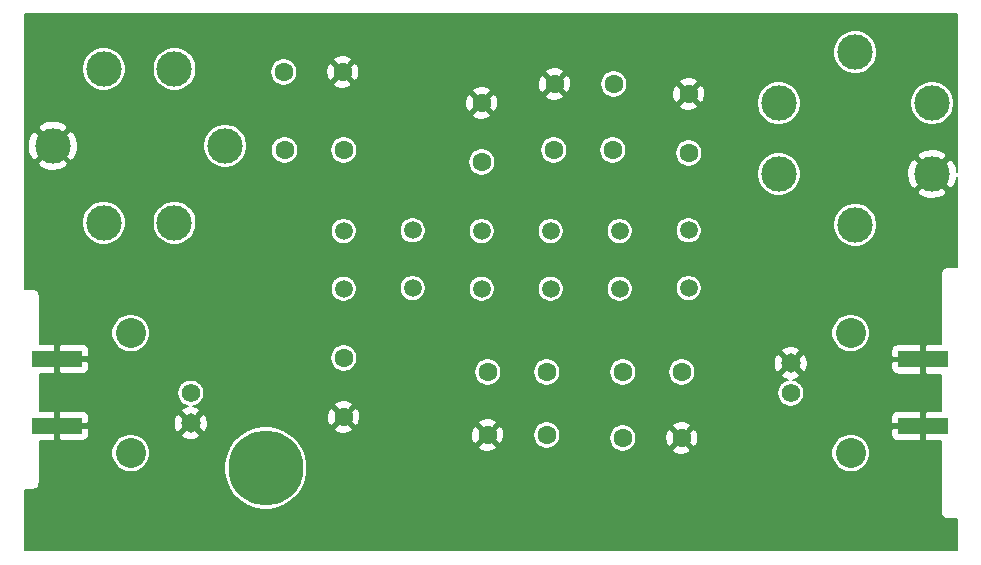
<source format=gbl>
G04 #@! TF.GenerationSoftware,KiCad,Pcbnew,(5.1.10)-1*
G04 #@! TF.CreationDate,2021-09-28T15:20:51-04:00*
G04 #@! TF.ProjectId,SSB6,53534236-2e6b-4696-9361-645f70636258,1*
G04 #@! TF.SameCoordinates,PX8c7ecc0PY46649b0*
G04 #@! TF.FileFunction,Copper,L2,Bot*
G04 #@! TF.FilePolarity,Positive*
%FSLAX46Y46*%
G04 Gerber Fmt 4.6, Leading zero omitted, Abs format (unit mm)*
G04 Created by KiCad (PCBNEW (5.1.10)-1) date 2021-09-28 15:20:51*
%MOMM*%
%LPD*%
G01*
G04 APERTURE LIST*
G04 #@! TA.AperFunction,SMDPad,CuDef*
%ADD10R,4.200000X1.350000*%
G04 #@! TD*
G04 #@! TA.AperFunction,ComponentPad*
%ADD11C,6.350000*%
G04 #@! TD*
G04 #@! TA.AperFunction,ComponentPad*
%ADD12C,2.540000*%
G04 #@! TD*
G04 #@! TA.AperFunction,ComponentPad*
%ADD13C,1.651000*%
G04 #@! TD*
G04 #@! TA.AperFunction,ComponentPad*
%ADD14C,1.574800*%
G04 #@! TD*
G04 #@! TA.AperFunction,ComponentPad*
%ADD15C,1.600000*%
G04 #@! TD*
G04 #@! TA.AperFunction,ComponentPad*
%ADD16C,1.500000*%
G04 #@! TD*
G04 #@! TA.AperFunction,ComponentPad*
%ADD17C,3.000000*%
G04 #@! TD*
G04 #@! TA.AperFunction,ViaPad*
%ADD18C,0.889000*%
G04 #@! TD*
G04 #@! TA.AperFunction,ViaPad*
%ADD19C,1.397000*%
G04 #@! TD*
G04 #@! TA.AperFunction,ViaPad*
%ADD20C,1.676400*%
G04 #@! TD*
G04 #@! TA.AperFunction,Conductor*
%ADD21C,0.203200*%
G04 #@! TD*
G04 #@! TA.AperFunction,Conductor*
%ADD22C,0.150000*%
G04 #@! TD*
G04 APERTURE END LIST*
D10*
X-111613000Y-7714200D03*
X-111613000Y-2064200D03*
X-38283200Y-2089600D03*
X-38283200Y-7739600D03*
D11*
X-93960000Y-11290000D03*
D12*
X-44430000Y-10020000D03*
X-44430000Y140000D03*
D13*
X-49510000Y-2400000D03*
D14*
X-49510000Y-4940000D03*
D15*
X-92436000Y22238000D03*
X-87436000Y22238000D03*
X-92356000Y15634000D03*
X-87356000Y15634000D03*
X-87356000Y-6972000D03*
X-87356000Y-1972000D03*
X-75672000Y14618000D03*
X-75672000Y19618000D03*
X-70164000Y-3162000D03*
X-75164000Y-3162000D03*
X-70164000Y-8496000D03*
X-75164000Y-8496000D03*
X-64576000Y15634000D03*
X-69576000Y15634000D03*
X-64496000Y21222000D03*
X-69496000Y21222000D03*
X-63734000Y-8750000D03*
X-58734000Y-8750000D03*
X-63734000Y-3162000D03*
X-58734000Y-3162000D03*
X-58146000Y20380000D03*
X-58146000Y15380000D03*
D16*
X-87356000Y8776000D03*
X-87356000Y3896000D03*
X-75672000Y8776000D03*
X-75672000Y3896000D03*
X-69830000Y3896000D03*
X-69830000Y8776000D03*
X-63988000Y8776000D03*
X-63988000Y3896000D03*
X-58146000Y8830000D03*
X-58146000Y3950000D03*
X-81514000Y3950000D03*
X-81514000Y8830000D03*
D17*
X-97376000Y15992000D03*
X-111976000Y15992000D03*
X-101676000Y9492000D03*
X-101676000Y22492000D03*
X-107676000Y9492000D03*
X-107676000Y22492000D03*
X-50526000Y13602000D03*
X-37526000Y13602000D03*
X-50526000Y19602000D03*
X-37526000Y19602000D03*
X-44026000Y9302000D03*
X-44026000Y23902000D03*
D14*
X-100310000Y-4940000D03*
D13*
X-100310000Y-7480000D03*
D12*
X-105390000Y-10020000D03*
X-105390000Y140000D03*
D18*
X-111613000Y25159000D03*
X-99040000Y25159000D03*
D19*
X-84308000Y25794000D03*
X-66274000Y25413000D03*
D18*
X-54463000Y25413000D03*
X-39604000Y25540000D03*
X-39604000Y-16116000D03*
D19*
X-54336000Y-1638000D03*
X-91928000Y6236000D03*
D20*
X-53320000Y6236000D03*
D18*
X-99040000Y-16624000D03*
X-111486000Y-16624000D03*
X-111613000Y5855000D03*
X-82276000Y14364000D03*
X-90912000Y25794000D03*
X-48494000Y24524000D03*
X-80498000Y-12052000D03*
X-106914000Y-16624000D03*
X-54336000Y-9258000D03*
D21*
X-35425700Y13810896D02*
X-35461548Y14083277D01*
X-35595108Y14476784D01*
X-35725898Y14721473D01*
X-36031251Y14881223D01*
X-37310474Y13602000D01*
X-36031251Y12322777D01*
X-35725898Y12482527D01*
X-35542088Y12855220D01*
X-35434519Y13256610D01*
X-35425700Y13391086D01*
X-35425700Y5740700D01*
X-36173238Y5740700D01*
X-36199713Y5743341D01*
X-36226875Y5740700D01*
X-36227224Y5740700D01*
X-36254074Y5738055D01*
X-36306779Y5732931D01*
X-36307106Y5732832D01*
X-36307454Y5732798D01*
X-36359249Y5717086D01*
X-36409758Y5701834D01*
X-36410059Y5701674D01*
X-36410394Y5701572D01*
X-36458060Y5676094D01*
X-36504693Y5651243D01*
X-36504958Y5651026D01*
X-36505265Y5650862D01*
X-36546813Y5616764D01*
X-36587932Y5583105D01*
X-36588151Y5582839D01*
X-36588419Y5582619D01*
X-36622605Y5540964D01*
X-36656279Y5500036D01*
X-36656440Y5499735D01*
X-36656662Y5499465D01*
X-36682087Y5451898D01*
X-36707108Y5405229D01*
X-36707208Y5404901D01*
X-36707372Y5404594D01*
X-36723000Y5353075D01*
X-36738463Y5302328D01*
X-36738497Y5301987D01*
X-36738598Y5301654D01*
X-36743902Y5247799D01*
X-36746465Y5222108D01*
X-36746465Y5221776D01*
X-36749142Y5194600D01*
X-36746533Y5168107D01*
X-36754015Y-802988D01*
X-37978400Y-805000D01*
X-38130800Y-957400D01*
X-38130800Y-1937200D01*
X-38110800Y-1937200D01*
X-38110800Y-2242000D01*
X-38130800Y-2242000D01*
X-38130800Y-3221800D01*
X-37978400Y-3374200D01*
X-36757240Y-3376207D01*
X-36761096Y-6453000D01*
X-37978400Y-6455000D01*
X-38130800Y-6607400D01*
X-38130800Y-7587200D01*
X-38110800Y-7587200D01*
X-38110800Y-7892000D01*
X-38130800Y-7892000D01*
X-38130800Y-8871800D01*
X-37978400Y-9024200D01*
X-36764321Y-9026195D01*
X-36771866Y-15047432D01*
X-36774542Y-15074600D01*
X-36769268Y-15128147D01*
X-36764131Y-15180979D01*
X-36764032Y-15181306D01*
X-36763998Y-15181654D01*
X-36748286Y-15233449D01*
X-36733034Y-15283958D01*
X-36732874Y-15284259D01*
X-36732772Y-15284594D01*
X-36707294Y-15332260D01*
X-36682443Y-15378893D01*
X-36682226Y-15379158D01*
X-36682062Y-15379465D01*
X-36647765Y-15421256D01*
X-36614304Y-15462132D01*
X-36614041Y-15462348D01*
X-36613819Y-15462619D01*
X-36571971Y-15496963D01*
X-36531236Y-15530479D01*
X-36530935Y-15530640D01*
X-36530665Y-15530862D01*
X-36483098Y-15556287D01*
X-36436429Y-15581308D01*
X-36436101Y-15581408D01*
X-36435794Y-15581572D01*
X-36384275Y-15597200D01*
X-36333528Y-15612663D01*
X-36333187Y-15612697D01*
X-36332854Y-15612798D01*
X-36279257Y-15618077D01*
X-36226487Y-15623341D01*
X-36199325Y-15620700D01*
X-35452567Y-15620700D01*
X-35459636Y-18254778D01*
X-114368900Y-18237023D01*
X-114368900Y-13106100D01*
X-113671824Y-13106100D01*
X-113645000Y-13108742D01*
X-113618176Y-13106100D01*
X-113537946Y-13098198D01*
X-113435006Y-13066972D01*
X-113340135Y-13016262D01*
X-113256981Y-12948019D01*
X-113188738Y-12864865D01*
X-113138028Y-12769994D01*
X-113106802Y-12667054D01*
X-113096258Y-12560000D01*
X-113098900Y-12533176D01*
X-113098900Y-9859892D01*
X-107015600Y-9859892D01*
X-107015600Y-10180108D01*
X-106953130Y-10494170D01*
X-106830588Y-10790011D01*
X-106652686Y-11056260D01*
X-106426260Y-11282686D01*
X-106160011Y-11460588D01*
X-105864170Y-11583130D01*
X-105550108Y-11645600D01*
X-105229892Y-11645600D01*
X-104915830Y-11583130D01*
X-104619989Y-11460588D01*
X-104353740Y-11282686D01*
X-104127314Y-11056260D01*
X-104051146Y-10942266D01*
X-97490600Y-10942266D01*
X-97490600Y-11637734D01*
X-97354921Y-12319838D01*
X-97088777Y-12962366D01*
X-96702396Y-13540626D01*
X-96210626Y-14032396D01*
X-95632366Y-14418777D01*
X-94989838Y-14684921D01*
X-94307734Y-14820600D01*
X-93612266Y-14820600D01*
X-92930162Y-14684921D01*
X-92287634Y-14418777D01*
X-91709374Y-14032396D01*
X-91217604Y-13540626D01*
X-90831223Y-12962366D01*
X-90565079Y-12319838D01*
X-90429400Y-11637734D01*
X-90429400Y-10942266D01*
X-90565079Y-10260162D01*
X-90831223Y-9617634D01*
X-90915810Y-9491040D01*
X-75943514Y-9491040D01*
X-75868423Y-9724833D01*
X-75615155Y-9838648D01*
X-75344548Y-9900866D01*
X-75067003Y-9909095D01*
X-74793186Y-9863020D01*
X-74533619Y-9764411D01*
X-74459577Y-9724833D01*
X-74384486Y-9491040D01*
X-75164000Y-8711526D01*
X-75943514Y-9491040D01*
X-90915810Y-9491040D01*
X-91217604Y-9039374D01*
X-91663981Y-8592997D01*
X-76577095Y-8592997D01*
X-76531020Y-8866814D01*
X-76432411Y-9126381D01*
X-76392833Y-9200423D01*
X-76159040Y-9275514D01*
X-75379526Y-8496000D01*
X-74948474Y-8496000D01*
X-74168960Y-9275514D01*
X-73935167Y-9200423D01*
X-73821352Y-8947155D01*
X-73759134Y-8676548D01*
X-73750905Y-8399003D01*
X-73753735Y-8382183D01*
X-71319600Y-8382183D01*
X-71319600Y-8609817D01*
X-71275191Y-8833076D01*
X-71188079Y-9043382D01*
X-71061613Y-9232652D01*
X-70900652Y-9393613D01*
X-70711382Y-9520079D01*
X-70501076Y-9607191D01*
X-70277817Y-9651600D01*
X-70050183Y-9651600D01*
X-69826924Y-9607191D01*
X-69616618Y-9520079D01*
X-69427348Y-9393613D01*
X-69266387Y-9232652D01*
X-69139921Y-9043382D01*
X-69052809Y-8833076D01*
X-69013645Y-8636183D01*
X-64889600Y-8636183D01*
X-64889600Y-8863817D01*
X-64845191Y-9087076D01*
X-64758079Y-9297382D01*
X-64631613Y-9486652D01*
X-64470652Y-9647613D01*
X-64281382Y-9774079D01*
X-64071076Y-9861191D01*
X-63847817Y-9905600D01*
X-63620183Y-9905600D01*
X-63396924Y-9861191D01*
X-63186618Y-9774079D01*
X-63143159Y-9745040D01*
X-59513514Y-9745040D01*
X-59438423Y-9978833D01*
X-59185155Y-10092648D01*
X-58914548Y-10154866D01*
X-58637003Y-10163095D01*
X-58363186Y-10117020D01*
X-58103619Y-10018411D01*
X-58029577Y-9978833D01*
X-57991375Y-9859892D01*
X-46055600Y-9859892D01*
X-46055600Y-10180108D01*
X-45993130Y-10494170D01*
X-45870588Y-10790011D01*
X-45692686Y-11056260D01*
X-45466260Y-11282686D01*
X-45200011Y-11460588D01*
X-44904170Y-11583130D01*
X-44590108Y-11645600D01*
X-44269892Y-11645600D01*
X-43955830Y-11583130D01*
X-43659989Y-11460588D01*
X-43393740Y-11282686D01*
X-43167314Y-11056260D01*
X-42989412Y-10790011D01*
X-42866870Y-10494170D01*
X-42804400Y-10180108D01*
X-42804400Y-9859892D01*
X-42866870Y-9545830D01*
X-42989412Y-9249989D01*
X-43167314Y-8983740D01*
X-43393740Y-8757314D01*
X-43659989Y-8579412D01*
X-43955830Y-8456870D01*
X-44168338Y-8414600D01*
X-40995750Y-8414600D01*
X-40983980Y-8534103D01*
X-40949122Y-8649013D01*
X-40892517Y-8754915D01*
X-40816338Y-8847738D01*
X-40723515Y-8923917D01*
X-40617613Y-8980522D01*
X-40502703Y-9015380D01*
X-40383200Y-9027150D01*
X-38588000Y-9024200D01*
X-38435600Y-8871800D01*
X-38435600Y-7892000D01*
X-40840400Y-7892000D01*
X-40992800Y-8044400D01*
X-40995750Y-8414600D01*
X-44168338Y-8414600D01*
X-44269892Y-8394400D01*
X-44590108Y-8394400D01*
X-44904170Y-8456870D01*
X-45200011Y-8579412D01*
X-45466260Y-8757314D01*
X-45692686Y-8983740D01*
X-45870588Y-9249989D01*
X-45993130Y-9545830D01*
X-46055600Y-9859892D01*
X-57991375Y-9859892D01*
X-57954486Y-9745040D01*
X-58734000Y-8965526D01*
X-59513514Y-9745040D01*
X-63143159Y-9745040D01*
X-62997348Y-9647613D01*
X-62836387Y-9486652D01*
X-62709921Y-9297382D01*
X-62622809Y-9087076D01*
X-62578400Y-8863817D01*
X-62578400Y-8846997D01*
X-60147095Y-8846997D01*
X-60101020Y-9120814D01*
X-60002411Y-9380381D01*
X-59962833Y-9454423D01*
X-59729040Y-9529514D01*
X-58949526Y-8750000D01*
X-58518474Y-8750000D01*
X-57738960Y-9529514D01*
X-57505167Y-9454423D01*
X-57391352Y-9201155D01*
X-57329134Y-8930548D01*
X-57320905Y-8653003D01*
X-57366980Y-8379186D01*
X-57465589Y-8119619D01*
X-57505167Y-8045577D01*
X-57738960Y-7970486D01*
X-58518474Y-8750000D01*
X-58949526Y-8750000D01*
X-59729040Y-7970486D01*
X-59962833Y-8045577D01*
X-60076648Y-8298845D01*
X-60138866Y-8569452D01*
X-60147095Y-8846997D01*
X-62578400Y-8846997D01*
X-62578400Y-8636183D01*
X-62622809Y-8412924D01*
X-62709921Y-8202618D01*
X-62836387Y-8013348D01*
X-62997348Y-7852387D01*
X-63143158Y-7754960D01*
X-59513514Y-7754960D01*
X-58734000Y-8534474D01*
X-57954486Y-7754960D01*
X-58029577Y-7521167D01*
X-58282845Y-7407352D01*
X-58553452Y-7345134D01*
X-58830997Y-7336905D01*
X-59104814Y-7382980D01*
X-59364381Y-7481589D01*
X-59438423Y-7521167D01*
X-59513514Y-7754960D01*
X-63143158Y-7754960D01*
X-63186618Y-7725921D01*
X-63396924Y-7638809D01*
X-63620183Y-7594400D01*
X-63847817Y-7594400D01*
X-64071076Y-7638809D01*
X-64281382Y-7725921D01*
X-64470652Y-7852387D01*
X-64631613Y-8013348D01*
X-64758079Y-8202618D01*
X-64845191Y-8412924D01*
X-64889600Y-8636183D01*
X-69013645Y-8636183D01*
X-69008400Y-8609817D01*
X-69008400Y-8382183D01*
X-69052809Y-8158924D01*
X-69139921Y-7948618D01*
X-69266387Y-7759348D01*
X-69427348Y-7598387D01*
X-69616618Y-7471921D01*
X-69826924Y-7384809D01*
X-70050183Y-7340400D01*
X-70277817Y-7340400D01*
X-70501076Y-7384809D01*
X-70711382Y-7471921D01*
X-70900652Y-7598387D01*
X-71061613Y-7759348D01*
X-71188079Y-7948618D01*
X-71275191Y-8158924D01*
X-71319600Y-8382183D01*
X-73753735Y-8382183D01*
X-73796980Y-8125186D01*
X-73895589Y-7865619D01*
X-73935167Y-7791577D01*
X-74168960Y-7716486D01*
X-74948474Y-8496000D01*
X-75379526Y-8496000D01*
X-76159040Y-7716486D01*
X-76392833Y-7791577D01*
X-76506648Y-8044845D01*
X-76568866Y-8315452D01*
X-76577095Y-8592997D01*
X-91663981Y-8592997D01*
X-91709374Y-8547604D01*
X-92287634Y-8161223D01*
X-92756432Y-7967040D01*
X-88135514Y-7967040D01*
X-88060423Y-8200833D01*
X-87807155Y-8314648D01*
X-87536548Y-8376866D01*
X-87259003Y-8385095D01*
X-86985186Y-8339020D01*
X-86725619Y-8240411D01*
X-86651577Y-8200833D01*
X-86576486Y-7967040D01*
X-87356000Y-7187526D01*
X-88135514Y-7967040D01*
X-92756432Y-7967040D01*
X-92930162Y-7895079D01*
X-93612266Y-7759400D01*
X-94307734Y-7759400D01*
X-94989838Y-7895079D01*
X-95632366Y-8161223D01*
X-96210626Y-8547604D01*
X-96702396Y-9039374D01*
X-97088777Y-9617634D01*
X-97354921Y-10260162D01*
X-97490600Y-10942266D01*
X-104051146Y-10942266D01*
X-103949412Y-10790011D01*
X-103826870Y-10494170D01*
X-103764400Y-10180108D01*
X-103764400Y-9859892D01*
X-103826870Y-9545830D01*
X-103949412Y-9249989D01*
X-104127314Y-8983740D01*
X-104353740Y-8757314D01*
X-104619989Y-8579412D01*
X-104827904Y-8493290D01*
X-101107764Y-8493290D01*
X-101029571Y-8729683D01*
X-100771944Y-8846052D01*
X-100496564Y-8909924D01*
X-100214015Y-8918846D01*
X-99935154Y-8872473D01*
X-99670699Y-8772588D01*
X-99590429Y-8729683D01*
X-99512236Y-8493290D01*
X-100310000Y-7695526D01*
X-101107764Y-8493290D01*
X-104827904Y-8493290D01*
X-104915830Y-8456870D01*
X-105229892Y-8394400D01*
X-105550108Y-8394400D01*
X-105864170Y-8456870D01*
X-106160011Y-8579412D01*
X-106426260Y-8757314D01*
X-106652686Y-8983740D01*
X-106830588Y-9249989D01*
X-106953130Y-9545830D01*
X-107015600Y-9859892D01*
X-113098900Y-9859892D01*
X-113098900Y-9000741D01*
X-111917800Y-8998800D01*
X-111765400Y-8846400D01*
X-111765400Y-7866600D01*
X-111460600Y-7866600D01*
X-111460600Y-8846400D01*
X-111308200Y-8998800D01*
X-109513000Y-9001750D01*
X-109393497Y-8989980D01*
X-109278587Y-8955122D01*
X-109172685Y-8898517D01*
X-109079862Y-8822338D01*
X-109003683Y-8729515D01*
X-108947078Y-8623613D01*
X-108912220Y-8508703D01*
X-108900450Y-8389200D01*
X-108903400Y-8019000D01*
X-109055800Y-7866600D01*
X-111460600Y-7866600D01*
X-111765400Y-7866600D01*
X-111785400Y-7866600D01*
X-111785400Y-7575985D01*
X-101748846Y-7575985D01*
X-101702473Y-7854846D01*
X-101602588Y-8119301D01*
X-101559683Y-8199571D01*
X-101323290Y-8277764D01*
X-100525526Y-7480000D01*
X-100094474Y-7480000D01*
X-99296710Y-8277764D01*
X-99060317Y-8199571D01*
X-98943948Y-7941944D01*
X-98880076Y-7666564D01*
X-98871154Y-7384015D01*
X-98917527Y-7105154D01*
X-98931183Y-7068997D01*
X-88769095Y-7068997D01*
X-88723020Y-7342814D01*
X-88624411Y-7602381D01*
X-88584833Y-7676423D01*
X-88351040Y-7751514D01*
X-87571526Y-6972000D01*
X-87140474Y-6972000D01*
X-86360960Y-7751514D01*
X-86127167Y-7676423D01*
X-86048317Y-7500960D01*
X-75943514Y-7500960D01*
X-75164000Y-8280474D01*
X-74384486Y-7500960D01*
X-74459577Y-7267167D01*
X-74712845Y-7153352D01*
X-74983452Y-7091134D01*
X-75260997Y-7082905D01*
X-75534814Y-7128980D01*
X-75794381Y-7227589D01*
X-75868423Y-7267167D01*
X-75943514Y-7500960D01*
X-86048317Y-7500960D01*
X-86013352Y-7423155D01*
X-85951134Y-7152548D01*
X-85948527Y-7064600D01*
X-40995750Y-7064600D01*
X-40992800Y-7434800D01*
X-40840400Y-7587200D01*
X-38435600Y-7587200D01*
X-38435600Y-6607400D01*
X-38588000Y-6455000D01*
X-40383200Y-6452050D01*
X-40502703Y-6463820D01*
X-40617613Y-6498678D01*
X-40723515Y-6555283D01*
X-40816338Y-6631462D01*
X-40892517Y-6724285D01*
X-40949122Y-6830187D01*
X-40983980Y-6945097D01*
X-40995750Y-7064600D01*
X-85948527Y-7064600D01*
X-85942905Y-6875003D01*
X-85988980Y-6601186D01*
X-86087589Y-6341619D01*
X-86127167Y-6267577D01*
X-86360960Y-6192486D01*
X-87140474Y-6972000D01*
X-87571526Y-6972000D01*
X-88351040Y-6192486D01*
X-88584833Y-6267577D01*
X-88698648Y-6520845D01*
X-88760866Y-6791452D01*
X-88769095Y-7068997D01*
X-98931183Y-7068997D01*
X-99017412Y-6840699D01*
X-99060317Y-6760429D01*
X-99296710Y-6682236D01*
X-100094474Y-7480000D01*
X-100525526Y-7480000D01*
X-101323290Y-6682236D01*
X-101559683Y-6760429D01*
X-101676052Y-7018056D01*
X-101739924Y-7293436D01*
X-101748846Y-7575985D01*
X-111785400Y-7575985D01*
X-111785400Y-7561800D01*
X-111765400Y-7561800D01*
X-111765400Y-6582000D01*
X-111460600Y-6582000D01*
X-111460600Y-7561800D01*
X-109055800Y-7561800D01*
X-108903400Y-7409400D01*
X-108900450Y-7039200D01*
X-108912220Y-6919697D01*
X-108947078Y-6804787D01*
X-109003683Y-6698885D01*
X-109079862Y-6606062D01*
X-109172685Y-6529883D01*
X-109278587Y-6473278D01*
X-109393497Y-6438420D01*
X-109513000Y-6426650D01*
X-111308200Y-6429600D01*
X-111460600Y-6582000D01*
X-111765400Y-6582000D01*
X-111917800Y-6429600D01*
X-113098900Y-6427659D01*
X-113098900Y-4827424D01*
X-101453000Y-4827424D01*
X-101453000Y-5052576D01*
X-101409075Y-5273401D01*
X-101322913Y-5481413D01*
X-101197826Y-5668620D01*
X-101038620Y-5827826D01*
X-100851413Y-5952913D01*
X-100643401Y-6039075D01*
X-100529603Y-6061711D01*
X-100684846Y-6087527D01*
X-100949301Y-6187412D01*
X-101029571Y-6230317D01*
X-101107764Y-6466710D01*
X-100310000Y-7264474D01*
X-99512236Y-6466710D01*
X-99590429Y-6230317D01*
X-99848056Y-6113948D01*
X-100081179Y-6059877D01*
X-99976599Y-6039075D01*
X-99826642Y-5976960D01*
X-88135514Y-5976960D01*
X-87356000Y-6756474D01*
X-86576486Y-5976960D01*
X-86651577Y-5743167D01*
X-86904845Y-5629352D01*
X-87175452Y-5567134D01*
X-87452997Y-5558905D01*
X-87726814Y-5604980D01*
X-87986381Y-5703589D01*
X-88060423Y-5743167D01*
X-88135514Y-5976960D01*
X-99826642Y-5976960D01*
X-99768587Y-5952913D01*
X-99581380Y-5827826D01*
X-99422174Y-5668620D01*
X-99297087Y-5481413D01*
X-99210925Y-5273401D01*
X-99167000Y-5052576D01*
X-99167000Y-4827424D01*
X-50653000Y-4827424D01*
X-50653000Y-5052576D01*
X-50609075Y-5273401D01*
X-50522913Y-5481413D01*
X-50397826Y-5668620D01*
X-50238620Y-5827826D01*
X-50051413Y-5952913D01*
X-49843401Y-6039075D01*
X-49622576Y-6083000D01*
X-49397424Y-6083000D01*
X-49176599Y-6039075D01*
X-48968587Y-5952913D01*
X-48781380Y-5827826D01*
X-48622174Y-5668620D01*
X-48497087Y-5481413D01*
X-48410925Y-5273401D01*
X-48367000Y-5052576D01*
X-48367000Y-4827424D01*
X-48410925Y-4606599D01*
X-48497087Y-4398587D01*
X-48622174Y-4211380D01*
X-48781380Y-4052174D01*
X-48968587Y-3927087D01*
X-49176599Y-3840925D01*
X-49290397Y-3818289D01*
X-49135154Y-3792473D01*
X-48870699Y-3692588D01*
X-48790429Y-3649683D01*
X-48712236Y-3413290D01*
X-49510000Y-2615526D01*
X-50307764Y-3413290D01*
X-50229571Y-3649683D01*
X-49971944Y-3766052D01*
X-49738821Y-3820123D01*
X-49843401Y-3840925D01*
X-50051413Y-3927087D01*
X-50238620Y-4052174D01*
X-50397826Y-4211380D01*
X-50522913Y-4398587D01*
X-50609075Y-4606599D01*
X-50653000Y-4827424D01*
X-99167000Y-4827424D01*
X-99210925Y-4606599D01*
X-99297087Y-4398587D01*
X-99422174Y-4211380D01*
X-99581380Y-4052174D01*
X-99768587Y-3927087D01*
X-99976599Y-3840925D01*
X-100197424Y-3797000D01*
X-100422576Y-3797000D01*
X-100643401Y-3840925D01*
X-100851413Y-3927087D01*
X-101038620Y-4052174D01*
X-101197826Y-4211380D01*
X-101322913Y-4398587D01*
X-101409075Y-4606599D01*
X-101453000Y-4827424D01*
X-113098900Y-4827424D01*
X-113098900Y-3350741D01*
X-111917800Y-3348800D01*
X-111765400Y-3196400D01*
X-111765400Y-2216600D01*
X-111460600Y-2216600D01*
X-111460600Y-3196400D01*
X-111308200Y-3348800D01*
X-109513000Y-3351750D01*
X-109393497Y-3339980D01*
X-109278587Y-3305122D01*
X-109172685Y-3248517D01*
X-109079862Y-3172338D01*
X-109003683Y-3079515D01*
X-108947078Y-2973613D01*
X-108912220Y-2858703D01*
X-108900450Y-2739200D01*
X-108903400Y-2369000D01*
X-109055800Y-2216600D01*
X-111460600Y-2216600D01*
X-111765400Y-2216600D01*
X-111785400Y-2216600D01*
X-111785400Y-1911800D01*
X-111765400Y-1911800D01*
X-111765400Y-932000D01*
X-111460600Y-932000D01*
X-111460600Y-1911800D01*
X-109055800Y-1911800D01*
X-109002183Y-1858183D01*
X-88511600Y-1858183D01*
X-88511600Y-2085817D01*
X-88467191Y-2309076D01*
X-88380079Y-2519382D01*
X-88253613Y-2708652D01*
X-88092652Y-2869613D01*
X-87903382Y-2996079D01*
X-87693076Y-3083191D01*
X-87469817Y-3127600D01*
X-87242183Y-3127600D01*
X-87018924Y-3083191D01*
X-86934408Y-3048183D01*
X-76319600Y-3048183D01*
X-76319600Y-3275817D01*
X-76275191Y-3499076D01*
X-76188079Y-3709382D01*
X-76061613Y-3898652D01*
X-75900652Y-4059613D01*
X-75711382Y-4186079D01*
X-75501076Y-4273191D01*
X-75277817Y-4317600D01*
X-75050183Y-4317600D01*
X-74826924Y-4273191D01*
X-74616618Y-4186079D01*
X-74427348Y-4059613D01*
X-74266387Y-3898652D01*
X-74139921Y-3709382D01*
X-74052809Y-3499076D01*
X-74008400Y-3275817D01*
X-74008400Y-3048183D01*
X-71319600Y-3048183D01*
X-71319600Y-3275817D01*
X-71275191Y-3499076D01*
X-71188079Y-3709382D01*
X-71061613Y-3898652D01*
X-70900652Y-4059613D01*
X-70711382Y-4186079D01*
X-70501076Y-4273191D01*
X-70277817Y-4317600D01*
X-70050183Y-4317600D01*
X-69826924Y-4273191D01*
X-69616618Y-4186079D01*
X-69427348Y-4059613D01*
X-69266387Y-3898652D01*
X-69139921Y-3709382D01*
X-69052809Y-3499076D01*
X-69008400Y-3275817D01*
X-69008400Y-3048183D01*
X-64889600Y-3048183D01*
X-64889600Y-3275817D01*
X-64845191Y-3499076D01*
X-64758079Y-3709382D01*
X-64631613Y-3898652D01*
X-64470652Y-4059613D01*
X-64281382Y-4186079D01*
X-64071076Y-4273191D01*
X-63847817Y-4317600D01*
X-63620183Y-4317600D01*
X-63396924Y-4273191D01*
X-63186618Y-4186079D01*
X-62997348Y-4059613D01*
X-62836387Y-3898652D01*
X-62709921Y-3709382D01*
X-62622809Y-3499076D01*
X-62578400Y-3275817D01*
X-62578400Y-3048183D01*
X-59889600Y-3048183D01*
X-59889600Y-3275817D01*
X-59845191Y-3499076D01*
X-59758079Y-3709382D01*
X-59631613Y-3898652D01*
X-59470652Y-4059613D01*
X-59281382Y-4186079D01*
X-59071076Y-4273191D01*
X-58847817Y-4317600D01*
X-58620183Y-4317600D01*
X-58396924Y-4273191D01*
X-58186618Y-4186079D01*
X-57997348Y-4059613D01*
X-57836387Y-3898652D01*
X-57709921Y-3709382D01*
X-57622809Y-3499076D01*
X-57578400Y-3275817D01*
X-57578400Y-3048183D01*
X-57622809Y-2824924D01*
X-57709921Y-2614618D01*
X-57789188Y-2495985D01*
X-50948846Y-2495985D01*
X-50902473Y-2774846D01*
X-50802588Y-3039301D01*
X-50759683Y-3119571D01*
X-50523290Y-3197764D01*
X-49725526Y-2400000D01*
X-49294474Y-2400000D01*
X-48496710Y-3197764D01*
X-48260317Y-3119571D01*
X-48143948Y-2861944D01*
X-48121370Y-2764600D01*
X-40995750Y-2764600D01*
X-40983980Y-2884103D01*
X-40949122Y-2999013D01*
X-40892517Y-3104915D01*
X-40816338Y-3197738D01*
X-40723515Y-3273917D01*
X-40617613Y-3330522D01*
X-40502703Y-3365380D01*
X-40383200Y-3377150D01*
X-38588000Y-3374200D01*
X-38435600Y-3221800D01*
X-38435600Y-2242000D01*
X-40840400Y-2242000D01*
X-40992800Y-2394400D01*
X-40995750Y-2764600D01*
X-48121370Y-2764600D01*
X-48080076Y-2586564D01*
X-48071154Y-2304015D01*
X-48117527Y-2025154D01*
X-48217412Y-1760699D01*
X-48260317Y-1680429D01*
X-48496710Y-1602236D01*
X-49294474Y-2400000D01*
X-49725526Y-2400000D01*
X-50523290Y-1602236D01*
X-50759683Y-1680429D01*
X-50876052Y-1938056D01*
X-50939924Y-2213436D01*
X-50948846Y-2495985D01*
X-57789188Y-2495985D01*
X-57836387Y-2425348D01*
X-57997348Y-2264387D01*
X-58186618Y-2137921D01*
X-58396924Y-2050809D01*
X-58620183Y-2006400D01*
X-58847817Y-2006400D01*
X-59071076Y-2050809D01*
X-59281382Y-2137921D01*
X-59470652Y-2264387D01*
X-59631613Y-2425348D01*
X-59758079Y-2614618D01*
X-59845191Y-2824924D01*
X-59889600Y-3048183D01*
X-62578400Y-3048183D01*
X-62622809Y-2824924D01*
X-62709921Y-2614618D01*
X-62836387Y-2425348D01*
X-62997348Y-2264387D01*
X-63186618Y-2137921D01*
X-63396924Y-2050809D01*
X-63620183Y-2006400D01*
X-63847817Y-2006400D01*
X-64071076Y-2050809D01*
X-64281382Y-2137921D01*
X-64470652Y-2264387D01*
X-64631613Y-2425348D01*
X-64758079Y-2614618D01*
X-64845191Y-2824924D01*
X-64889600Y-3048183D01*
X-69008400Y-3048183D01*
X-69052809Y-2824924D01*
X-69139921Y-2614618D01*
X-69266387Y-2425348D01*
X-69427348Y-2264387D01*
X-69616618Y-2137921D01*
X-69826924Y-2050809D01*
X-70050183Y-2006400D01*
X-70277817Y-2006400D01*
X-70501076Y-2050809D01*
X-70711382Y-2137921D01*
X-70900652Y-2264387D01*
X-71061613Y-2425348D01*
X-71188079Y-2614618D01*
X-71275191Y-2824924D01*
X-71319600Y-3048183D01*
X-74008400Y-3048183D01*
X-74052809Y-2824924D01*
X-74139921Y-2614618D01*
X-74266387Y-2425348D01*
X-74427348Y-2264387D01*
X-74616618Y-2137921D01*
X-74826924Y-2050809D01*
X-75050183Y-2006400D01*
X-75277817Y-2006400D01*
X-75501076Y-2050809D01*
X-75711382Y-2137921D01*
X-75900652Y-2264387D01*
X-76061613Y-2425348D01*
X-76188079Y-2614618D01*
X-76275191Y-2824924D01*
X-76319600Y-3048183D01*
X-86934408Y-3048183D01*
X-86808618Y-2996079D01*
X-86619348Y-2869613D01*
X-86458387Y-2708652D01*
X-86331921Y-2519382D01*
X-86244809Y-2309076D01*
X-86200400Y-2085817D01*
X-86200400Y-1858183D01*
X-86244809Y-1634924D01*
X-86331921Y-1424618D01*
X-86357250Y-1386710D01*
X-50307764Y-1386710D01*
X-49510000Y-2184474D01*
X-48712236Y-1386710D01*
X-48790429Y-1150317D01*
X-49048056Y-1033948D01*
X-49323436Y-970076D01*
X-49605985Y-961154D01*
X-49884846Y-1007527D01*
X-50149301Y-1107412D01*
X-50229571Y-1150317D01*
X-50307764Y-1386710D01*
X-86357250Y-1386710D01*
X-86458387Y-1235348D01*
X-86619348Y-1074387D01*
X-86808618Y-947921D01*
X-87018924Y-860809D01*
X-87242183Y-816400D01*
X-87469817Y-816400D01*
X-87693076Y-860809D01*
X-87903382Y-947921D01*
X-88092652Y-1074387D01*
X-88253613Y-1235348D01*
X-88380079Y-1424618D01*
X-88467191Y-1634924D01*
X-88511600Y-1858183D01*
X-109002183Y-1858183D01*
X-108903400Y-1759400D01*
X-108900450Y-1389200D01*
X-108912220Y-1269697D01*
X-108947078Y-1154787D01*
X-109003683Y-1048885D01*
X-109079862Y-956062D01*
X-109172685Y-879883D01*
X-109278587Y-823278D01*
X-109393497Y-788420D01*
X-109513000Y-776650D01*
X-111308200Y-779600D01*
X-111460600Y-932000D01*
X-111765400Y-932000D01*
X-111917800Y-779600D01*
X-113098900Y-777659D01*
X-113098900Y300108D01*
X-107015600Y300108D01*
X-107015600Y-20108D01*
X-106953130Y-334170D01*
X-106830588Y-630011D01*
X-106652686Y-896260D01*
X-106426260Y-1122686D01*
X-106160011Y-1300588D01*
X-105864170Y-1423130D01*
X-105550108Y-1485600D01*
X-105229892Y-1485600D01*
X-104915830Y-1423130D01*
X-104619989Y-1300588D01*
X-104353740Y-1122686D01*
X-104127314Y-896260D01*
X-103949412Y-630011D01*
X-103826870Y-334170D01*
X-103764400Y-20108D01*
X-103764400Y300108D01*
X-46055600Y300108D01*
X-46055600Y-20108D01*
X-45993130Y-334170D01*
X-45870588Y-630011D01*
X-45692686Y-896260D01*
X-45466260Y-1122686D01*
X-45200011Y-1300588D01*
X-44904170Y-1423130D01*
X-44590108Y-1485600D01*
X-44269892Y-1485600D01*
X-43955830Y-1423130D01*
X-43935237Y-1414600D01*
X-40995750Y-1414600D01*
X-40992800Y-1784800D01*
X-40840400Y-1937200D01*
X-38435600Y-1937200D01*
X-38435600Y-957400D01*
X-38588000Y-805000D01*
X-40383200Y-802050D01*
X-40502703Y-813820D01*
X-40617613Y-848678D01*
X-40723515Y-905283D01*
X-40816338Y-981462D01*
X-40892517Y-1074285D01*
X-40949122Y-1180187D01*
X-40983980Y-1295097D01*
X-40995750Y-1414600D01*
X-43935237Y-1414600D01*
X-43659989Y-1300588D01*
X-43393740Y-1122686D01*
X-43167314Y-896260D01*
X-42989412Y-630011D01*
X-42866870Y-334170D01*
X-42804400Y-20108D01*
X-42804400Y300108D01*
X-42866870Y614170D01*
X-42989412Y910011D01*
X-43167314Y1176260D01*
X-43393740Y1402686D01*
X-43659989Y1580588D01*
X-43955830Y1703130D01*
X-44269892Y1765600D01*
X-44590108Y1765600D01*
X-44904170Y1703130D01*
X-45200011Y1580588D01*
X-45466260Y1402686D01*
X-45692686Y1176260D01*
X-45870588Y910011D01*
X-45993130Y614170D01*
X-46055600Y300108D01*
X-103764400Y300108D01*
X-103826870Y614170D01*
X-103949412Y910011D01*
X-104127314Y1176260D01*
X-104353740Y1402686D01*
X-104619989Y1580588D01*
X-104915830Y1703130D01*
X-105229892Y1765600D01*
X-105550108Y1765600D01*
X-105864170Y1703130D01*
X-106160011Y1580588D01*
X-106426260Y1402686D01*
X-106652686Y1176260D01*
X-106830588Y910011D01*
X-106953130Y614170D01*
X-107015600Y300108D01*
X-113098900Y300108D01*
X-113098900Y3288177D01*
X-113096258Y3315000D01*
X-113106802Y3422054D01*
X-113138028Y3524994D01*
X-113188738Y3619865D01*
X-113256981Y3703019D01*
X-113340135Y3771262D01*
X-113435006Y3821972D01*
X-113537946Y3853198D01*
X-113618176Y3861100D01*
X-113645000Y3863742D01*
X-113671824Y3861100D01*
X-114368900Y3861100D01*
X-114368900Y4004892D01*
X-88461600Y4004892D01*
X-88461600Y3787108D01*
X-88419113Y3573508D01*
X-88335770Y3372302D01*
X-88214776Y3191221D01*
X-88060779Y3037224D01*
X-87879698Y2916230D01*
X-87678492Y2832887D01*
X-87464892Y2790400D01*
X-87247108Y2790400D01*
X-87033508Y2832887D01*
X-86832302Y2916230D01*
X-86651221Y3037224D01*
X-86497224Y3191221D01*
X-86376230Y3372302D01*
X-86292887Y3573508D01*
X-86250400Y3787108D01*
X-86250400Y4004892D01*
X-86261141Y4058892D01*
X-82619600Y4058892D01*
X-82619600Y3841108D01*
X-82577113Y3627508D01*
X-82493770Y3426302D01*
X-82372776Y3245221D01*
X-82218779Y3091224D01*
X-82037698Y2970230D01*
X-81836492Y2886887D01*
X-81622892Y2844400D01*
X-81405108Y2844400D01*
X-81191508Y2886887D01*
X-80990302Y2970230D01*
X-80809221Y3091224D01*
X-80655224Y3245221D01*
X-80534230Y3426302D01*
X-80450887Y3627508D01*
X-80408400Y3841108D01*
X-80408400Y4004892D01*
X-76777600Y4004892D01*
X-76777600Y3787108D01*
X-76735113Y3573508D01*
X-76651770Y3372302D01*
X-76530776Y3191221D01*
X-76376779Y3037224D01*
X-76195698Y2916230D01*
X-75994492Y2832887D01*
X-75780892Y2790400D01*
X-75563108Y2790400D01*
X-75349508Y2832887D01*
X-75148302Y2916230D01*
X-74967221Y3037224D01*
X-74813224Y3191221D01*
X-74692230Y3372302D01*
X-74608887Y3573508D01*
X-74566400Y3787108D01*
X-74566400Y4004892D01*
X-70935600Y4004892D01*
X-70935600Y3787108D01*
X-70893113Y3573508D01*
X-70809770Y3372302D01*
X-70688776Y3191221D01*
X-70534779Y3037224D01*
X-70353698Y2916230D01*
X-70152492Y2832887D01*
X-69938892Y2790400D01*
X-69721108Y2790400D01*
X-69507508Y2832887D01*
X-69306302Y2916230D01*
X-69125221Y3037224D01*
X-68971224Y3191221D01*
X-68850230Y3372302D01*
X-68766887Y3573508D01*
X-68724400Y3787108D01*
X-68724400Y4004892D01*
X-65093600Y4004892D01*
X-65093600Y3787108D01*
X-65051113Y3573508D01*
X-64967770Y3372302D01*
X-64846776Y3191221D01*
X-64692779Y3037224D01*
X-64511698Y2916230D01*
X-64310492Y2832887D01*
X-64096892Y2790400D01*
X-63879108Y2790400D01*
X-63665508Y2832887D01*
X-63464302Y2916230D01*
X-63283221Y3037224D01*
X-63129224Y3191221D01*
X-63008230Y3372302D01*
X-62924887Y3573508D01*
X-62882400Y3787108D01*
X-62882400Y4004892D01*
X-62893141Y4058892D01*
X-59251600Y4058892D01*
X-59251600Y3841108D01*
X-59209113Y3627508D01*
X-59125770Y3426302D01*
X-59004776Y3245221D01*
X-58850779Y3091224D01*
X-58669698Y2970230D01*
X-58468492Y2886887D01*
X-58254892Y2844400D01*
X-58037108Y2844400D01*
X-57823508Y2886887D01*
X-57622302Y2970230D01*
X-57441221Y3091224D01*
X-57287224Y3245221D01*
X-57166230Y3426302D01*
X-57082887Y3627508D01*
X-57040400Y3841108D01*
X-57040400Y4058892D01*
X-57082887Y4272492D01*
X-57166230Y4473698D01*
X-57287224Y4654779D01*
X-57441221Y4808776D01*
X-57622302Y4929770D01*
X-57823508Y5013113D01*
X-58037108Y5055600D01*
X-58254892Y5055600D01*
X-58468492Y5013113D01*
X-58669698Y4929770D01*
X-58850779Y4808776D01*
X-59004776Y4654779D01*
X-59125770Y4473698D01*
X-59209113Y4272492D01*
X-59251600Y4058892D01*
X-62893141Y4058892D01*
X-62924887Y4218492D01*
X-63008230Y4419698D01*
X-63129224Y4600779D01*
X-63283221Y4754776D01*
X-63464302Y4875770D01*
X-63665508Y4959113D01*
X-63879108Y5001600D01*
X-64096892Y5001600D01*
X-64310492Y4959113D01*
X-64511698Y4875770D01*
X-64692779Y4754776D01*
X-64846776Y4600779D01*
X-64967770Y4419698D01*
X-65051113Y4218492D01*
X-65093600Y4004892D01*
X-68724400Y4004892D01*
X-68766887Y4218492D01*
X-68850230Y4419698D01*
X-68971224Y4600779D01*
X-69125221Y4754776D01*
X-69306302Y4875770D01*
X-69507508Y4959113D01*
X-69721108Y5001600D01*
X-69938892Y5001600D01*
X-70152492Y4959113D01*
X-70353698Y4875770D01*
X-70534779Y4754776D01*
X-70688776Y4600779D01*
X-70809770Y4419698D01*
X-70893113Y4218492D01*
X-70935600Y4004892D01*
X-74566400Y4004892D01*
X-74608887Y4218492D01*
X-74692230Y4419698D01*
X-74813224Y4600779D01*
X-74967221Y4754776D01*
X-75148302Y4875770D01*
X-75349508Y4959113D01*
X-75563108Y5001600D01*
X-75780892Y5001600D01*
X-75994492Y4959113D01*
X-76195698Y4875770D01*
X-76376779Y4754776D01*
X-76530776Y4600779D01*
X-76651770Y4419698D01*
X-76735113Y4218492D01*
X-76777600Y4004892D01*
X-80408400Y4004892D01*
X-80408400Y4058892D01*
X-80450887Y4272492D01*
X-80534230Y4473698D01*
X-80655224Y4654779D01*
X-80809221Y4808776D01*
X-80990302Y4929770D01*
X-81191508Y5013113D01*
X-81405108Y5055600D01*
X-81622892Y5055600D01*
X-81836492Y5013113D01*
X-82037698Y4929770D01*
X-82218779Y4808776D01*
X-82372776Y4654779D01*
X-82493770Y4473698D01*
X-82577113Y4272492D01*
X-82619600Y4058892D01*
X-86261141Y4058892D01*
X-86292887Y4218492D01*
X-86376230Y4419698D01*
X-86497224Y4600779D01*
X-86651221Y4754776D01*
X-86832302Y4875770D01*
X-87033508Y4959113D01*
X-87247108Y5001600D01*
X-87464892Y5001600D01*
X-87678492Y4959113D01*
X-87879698Y4875770D01*
X-88060779Y4754776D01*
X-88214776Y4600779D01*
X-88335770Y4419698D01*
X-88419113Y4218492D01*
X-88461600Y4004892D01*
X-114368900Y4004892D01*
X-114368900Y9674761D01*
X-109531600Y9674761D01*
X-109531600Y9309239D01*
X-109460290Y8950742D01*
X-109320411Y8613044D01*
X-109117338Y8309124D01*
X-108858876Y8050662D01*
X-108554956Y7847589D01*
X-108217258Y7707710D01*
X-107858761Y7636400D01*
X-107493239Y7636400D01*
X-107134742Y7707710D01*
X-106797044Y7847589D01*
X-106493124Y8050662D01*
X-106234662Y8309124D01*
X-106031589Y8613044D01*
X-105891710Y8950742D01*
X-105820400Y9309239D01*
X-105820400Y9674761D01*
X-103531600Y9674761D01*
X-103531600Y9309239D01*
X-103460290Y8950742D01*
X-103320411Y8613044D01*
X-103117338Y8309124D01*
X-102858876Y8050662D01*
X-102554956Y7847589D01*
X-102217258Y7707710D01*
X-101858761Y7636400D01*
X-101493239Y7636400D01*
X-101134742Y7707710D01*
X-100797044Y7847589D01*
X-100493124Y8050662D01*
X-100234662Y8309124D01*
X-100031589Y8613044D01*
X-99918986Y8884892D01*
X-88461600Y8884892D01*
X-88461600Y8667108D01*
X-88419113Y8453508D01*
X-88335770Y8252302D01*
X-88214776Y8071221D01*
X-88060779Y7917224D01*
X-87879698Y7796230D01*
X-87678492Y7712887D01*
X-87464892Y7670400D01*
X-87247108Y7670400D01*
X-87033508Y7712887D01*
X-86832302Y7796230D01*
X-86651221Y7917224D01*
X-86497224Y8071221D01*
X-86376230Y8252302D01*
X-86292887Y8453508D01*
X-86250400Y8667108D01*
X-86250400Y8884892D01*
X-86261141Y8938892D01*
X-82619600Y8938892D01*
X-82619600Y8721108D01*
X-82577113Y8507508D01*
X-82493770Y8306302D01*
X-82372776Y8125221D01*
X-82218779Y7971224D01*
X-82037698Y7850230D01*
X-81836492Y7766887D01*
X-81622892Y7724400D01*
X-81405108Y7724400D01*
X-81191508Y7766887D01*
X-80990302Y7850230D01*
X-80809221Y7971224D01*
X-80655224Y8125221D01*
X-80534230Y8306302D01*
X-80450887Y8507508D01*
X-80408400Y8721108D01*
X-80408400Y8884892D01*
X-76777600Y8884892D01*
X-76777600Y8667108D01*
X-76735113Y8453508D01*
X-76651770Y8252302D01*
X-76530776Y8071221D01*
X-76376779Y7917224D01*
X-76195698Y7796230D01*
X-75994492Y7712887D01*
X-75780892Y7670400D01*
X-75563108Y7670400D01*
X-75349508Y7712887D01*
X-75148302Y7796230D01*
X-74967221Y7917224D01*
X-74813224Y8071221D01*
X-74692230Y8252302D01*
X-74608887Y8453508D01*
X-74566400Y8667108D01*
X-74566400Y8884892D01*
X-70935600Y8884892D01*
X-70935600Y8667108D01*
X-70893113Y8453508D01*
X-70809770Y8252302D01*
X-70688776Y8071221D01*
X-70534779Y7917224D01*
X-70353698Y7796230D01*
X-70152492Y7712887D01*
X-69938892Y7670400D01*
X-69721108Y7670400D01*
X-69507508Y7712887D01*
X-69306302Y7796230D01*
X-69125221Y7917224D01*
X-68971224Y8071221D01*
X-68850230Y8252302D01*
X-68766887Y8453508D01*
X-68724400Y8667108D01*
X-68724400Y8884892D01*
X-65093600Y8884892D01*
X-65093600Y8667108D01*
X-65051113Y8453508D01*
X-64967770Y8252302D01*
X-64846776Y8071221D01*
X-64692779Y7917224D01*
X-64511698Y7796230D01*
X-64310492Y7712887D01*
X-64096892Y7670400D01*
X-63879108Y7670400D01*
X-63665508Y7712887D01*
X-63464302Y7796230D01*
X-63283221Y7917224D01*
X-63129224Y8071221D01*
X-63008230Y8252302D01*
X-62924887Y8453508D01*
X-62882400Y8667108D01*
X-62882400Y8884892D01*
X-62893141Y8938892D01*
X-59251600Y8938892D01*
X-59251600Y8721108D01*
X-59209113Y8507508D01*
X-59125770Y8306302D01*
X-59004776Y8125221D01*
X-58850779Y7971224D01*
X-58669698Y7850230D01*
X-58468492Y7766887D01*
X-58254892Y7724400D01*
X-58037108Y7724400D01*
X-57823508Y7766887D01*
X-57622302Y7850230D01*
X-57441221Y7971224D01*
X-57287224Y8125221D01*
X-57166230Y8306302D01*
X-57082887Y8507508D01*
X-57040400Y8721108D01*
X-57040400Y8938892D01*
X-57082887Y9152492D01*
X-57166230Y9353698D01*
X-57253803Y9484761D01*
X-45881600Y9484761D01*
X-45881600Y9119239D01*
X-45810290Y8760742D01*
X-45670411Y8423044D01*
X-45467338Y8119124D01*
X-45208876Y7860662D01*
X-44904956Y7657589D01*
X-44567258Y7517710D01*
X-44208761Y7446400D01*
X-43843239Y7446400D01*
X-43484742Y7517710D01*
X-43147044Y7657589D01*
X-42843124Y7860662D01*
X-42584662Y8119124D01*
X-42381589Y8423044D01*
X-42241710Y8760742D01*
X-42170400Y9119239D01*
X-42170400Y9484761D01*
X-42241710Y9843258D01*
X-42381589Y10180956D01*
X-42584662Y10484876D01*
X-42843124Y10743338D01*
X-43147044Y10946411D01*
X-43484742Y11086290D01*
X-43843239Y11157600D01*
X-44208761Y11157600D01*
X-44567258Y11086290D01*
X-44904956Y10946411D01*
X-45208876Y10743338D01*
X-45467338Y10484876D01*
X-45670411Y10180956D01*
X-45810290Y9843258D01*
X-45881600Y9484761D01*
X-57253803Y9484761D01*
X-57287224Y9534779D01*
X-57441221Y9688776D01*
X-57622302Y9809770D01*
X-57823508Y9893113D01*
X-58037108Y9935600D01*
X-58254892Y9935600D01*
X-58468492Y9893113D01*
X-58669698Y9809770D01*
X-58850779Y9688776D01*
X-59004776Y9534779D01*
X-59125770Y9353698D01*
X-59209113Y9152492D01*
X-59251600Y8938892D01*
X-62893141Y8938892D01*
X-62924887Y9098492D01*
X-63008230Y9299698D01*
X-63129224Y9480779D01*
X-63283221Y9634776D01*
X-63464302Y9755770D01*
X-63665508Y9839113D01*
X-63879108Y9881600D01*
X-64096892Y9881600D01*
X-64310492Y9839113D01*
X-64511698Y9755770D01*
X-64692779Y9634776D01*
X-64846776Y9480779D01*
X-64967770Y9299698D01*
X-65051113Y9098492D01*
X-65093600Y8884892D01*
X-68724400Y8884892D01*
X-68766887Y9098492D01*
X-68850230Y9299698D01*
X-68971224Y9480779D01*
X-69125221Y9634776D01*
X-69306302Y9755770D01*
X-69507508Y9839113D01*
X-69721108Y9881600D01*
X-69938892Y9881600D01*
X-70152492Y9839113D01*
X-70353698Y9755770D01*
X-70534779Y9634776D01*
X-70688776Y9480779D01*
X-70809770Y9299698D01*
X-70893113Y9098492D01*
X-70935600Y8884892D01*
X-74566400Y8884892D01*
X-74608887Y9098492D01*
X-74692230Y9299698D01*
X-74813224Y9480779D01*
X-74967221Y9634776D01*
X-75148302Y9755770D01*
X-75349508Y9839113D01*
X-75563108Y9881600D01*
X-75780892Y9881600D01*
X-75994492Y9839113D01*
X-76195698Y9755770D01*
X-76376779Y9634776D01*
X-76530776Y9480779D01*
X-76651770Y9299698D01*
X-76735113Y9098492D01*
X-76777600Y8884892D01*
X-80408400Y8884892D01*
X-80408400Y8938892D01*
X-80450887Y9152492D01*
X-80534230Y9353698D01*
X-80655224Y9534779D01*
X-80809221Y9688776D01*
X-80990302Y9809770D01*
X-81191508Y9893113D01*
X-81405108Y9935600D01*
X-81622892Y9935600D01*
X-81836492Y9893113D01*
X-82037698Y9809770D01*
X-82218779Y9688776D01*
X-82372776Y9534779D01*
X-82493770Y9353698D01*
X-82577113Y9152492D01*
X-82619600Y8938892D01*
X-86261141Y8938892D01*
X-86292887Y9098492D01*
X-86376230Y9299698D01*
X-86497224Y9480779D01*
X-86651221Y9634776D01*
X-86832302Y9755770D01*
X-87033508Y9839113D01*
X-87247108Y9881600D01*
X-87464892Y9881600D01*
X-87678492Y9839113D01*
X-87879698Y9755770D01*
X-88060779Y9634776D01*
X-88214776Y9480779D01*
X-88335770Y9299698D01*
X-88419113Y9098492D01*
X-88461600Y8884892D01*
X-99918986Y8884892D01*
X-99891710Y8950742D01*
X-99820400Y9309239D01*
X-99820400Y9674761D01*
X-99891710Y10033258D01*
X-100031589Y10370956D01*
X-100234662Y10674876D01*
X-100493124Y10933338D01*
X-100797044Y11136411D01*
X-101134742Y11276290D01*
X-101493239Y11347600D01*
X-101858761Y11347600D01*
X-102217258Y11276290D01*
X-102554956Y11136411D01*
X-102858876Y10933338D01*
X-103117338Y10674876D01*
X-103320411Y10370956D01*
X-103460290Y10033258D01*
X-103531600Y9674761D01*
X-105820400Y9674761D01*
X-105891710Y10033258D01*
X-106031589Y10370956D01*
X-106234662Y10674876D01*
X-106493124Y10933338D01*
X-106797044Y11136411D01*
X-107134742Y11276290D01*
X-107493239Y11347600D01*
X-107858761Y11347600D01*
X-108217258Y11276290D01*
X-108554956Y11136411D01*
X-108858876Y10933338D01*
X-109117338Y10674876D01*
X-109320411Y10370956D01*
X-109460290Y10033258D01*
X-109531600Y9674761D01*
X-114368900Y9674761D01*
X-114368900Y14497251D01*
X-113255223Y14497251D01*
X-113095473Y14191898D01*
X-112722780Y14008088D01*
X-112321390Y13900519D01*
X-111906725Y13873324D01*
X-111494723Y13927548D01*
X-111101216Y14061108D01*
X-110856527Y14191898D01*
X-110696777Y14497251D01*
X-111976000Y15776474D01*
X-113255223Y14497251D01*
X-114368900Y14497251D01*
X-114368900Y15922725D01*
X-114094676Y15922725D01*
X-114040452Y15510723D01*
X-113906892Y15117216D01*
X-113776102Y14872527D01*
X-113470749Y14712777D01*
X-112191526Y15992000D01*
X-111760474Y15992000D01*
X-110481251Y14712777D01*
X-110175898Y14872527D01*
X-109992088Y15245220D01*
X-109884519Y15646610D01*
X-109857324Y16061275D01*
X-109872260Y16174761D01*
X-99231600Y16174761D01*
X-99231600Y15809239D01*
X-99160290Y15450742D01*
X-99020411Y15113044D01*
X-98817338Y14809124D01*
X-98558876Y14550662D01*
X-98254956Y14347589D01*
X-97917258Y14207710D01*
X-97558761Y14136400D01*
X-97193239Y14136400D01*
X-96834742Y14207710D01*
X-96497044Y14347589D01*
X-96193124Y14550662D01*
X-95934662Y14809124D01*
X-95731589Y15113044D01*
X-95591710Y15450742D01*
X-95532618Y15747817D01*
X-93511600Y15747817D01*
X-93511600Y15520183D01*
X-93467191Y15296924D01*
X-93380079Y15086618D01*
X-93253613Y14897348D01*
X-93092652Y14736387D01*
X-92903382Y14609921D01*
X-92693076Y14522809D01*
X-92469817Y14478400D01*
X-92242183Y14478400D01*
X-92018924Y14522809D01*
X-91808618Y14609921D01*
X-91619348Y14736387D01*
X-91458387Y14897348D01*
X-91331921Y15086618D01*
X-91244809Y15296924D01*
X-91200400Y15520183D01*
X-91200400Y15747817D01*
X-88511600Y15747817D01*
X-88511600Y15520183D01*
X-88467191Y15296924D01*
X-88380079Y15086618D01*
X-88253613Y14897348D01*
X-88092652Y14736387D01*
X-87903382Y14609921D01*
X-87693076Y14522809D01*
X-87469817Y14478400D01*
X-87242183Y14478400D01*
X-87018924Y14522809D01*
X-86808618Y14609921D01*
X-86626188Y14731817D01*
X-76827600Y14731817D01*
X-76827600Y14504183D01*
X-76783191Y14280924D01*
X-76696079Y14070618D01*
X-76569613Y13881348D01*
X-76408652Y13720387D01*
X-76219382Y13593921D01*
X-76009076Y13506809D01*
X-75785817Y13462400D01*
X-75558183Y13462400D01*
X-75334924Y13506809D01*
X-75124618Y13593921D01*
X-74935348Y13720387D01*
X-74870974Y13784761D01*
X-52381600Y13784761D01*
X-52381600Y13419239D01*
X-52310290Y13060742D01*
X-52170411Y12723044D01*
X-51967338Y12419124D01*
X-51708876Y12160662D01*
X-51404956Y11957589D01*
X-51067258Y11817710D01*
X-50708761Y11746400D01*
X-50343239Y11746400D01*
X-49984742Y11817710D01*
X-49647044Y11957589D01*
X-49423060Y12107251D01*
X-38805223Y12107251D01*
X-38645473Y11801898D01*
X-38272780Y11618088D01*
X-37871390Y11510519D01*
X-37456725Y11483324D01*
X-37044723Y11537548D01*
X-36651216Y11671108D01*
X-36406527Y11801898D01*
X-36246777Y12107251D01*
X-37526000Y13386474D01*
X-38805223Y12107251D01*
X-49423060Y12107251D01*
X-49343124Y12160662D01*
X-49084662Y12419124D01*
X-48881589Y12723044D01*
X-48741710Y13060742D01*
X-48670400Y13419239D01*
X-48670400Y13532725D01*
X-39644676Y13532725D01*
X-39590452Y13120723D01*
X-39456892Y12727216D01*
X-39326102Y12482527D01*
X-39020749Y12322777D01*
X-37741526Y13602000D01*
X-39020749Y14881223D01*
X-39326102Y14721473D01*
X-39509912Y14348780D01*
X-39617481Y13947390D01*
X-39644676Y13532725D01*
X-48670400Y13532725D01*
X-48670400Y13784761D01*
X-48741710Y14143258D01*
X-48881589Y14480956D01*
X-49084662Y14784876D01*
X-49343124Y15043338D01*
X-49423059Y15096749D01*
X-38805223Y15096749D01*
X-37526000Y13817526D01*
X-36246777Y15096749D01*
X-36406527Y15402102D01*
X-36779220Y15585912D01*
X-37180610Y15693481D01*
X-37595275Y15720676D01*
X-38007277Y15666452D01*
X-38400784Y15532892D01*
X-38645473Y15402102D01*
X-38805223Y15096749D01*
X-49423059Y15096749D01*
X-49647044Y15246411D01*
X-49984742Y15386290D01*
X-50343239Y15457600D01*
X-50708761Y15457600D01*
X-51067258Y15386290D01*
X-51404956Y15246411D01*
X-51708876Y15043338D01*
X-51967338Y14784876D01*
X-52170411Y14480956D01*
X-52310290Y14143258D01*
X-52381600Y13784761D01*
X-74870974Y13784761D01*
X-74774387Y13881348D01*
X-74647921Y14070618D01*
X-74560809Y14280924D01*
X-74516400Y14504183D01*
X-74516400Y14731817D01*
X-74560809Y14955076D01*
X-74647921Y15165382D01*
X-74774387Y15354652D01*
X-74935348Y15515613D01*
X-75124618Y15642079D01*
X-75334924Y15729191D01*
X-75428563Y15747817D01*
X-70731600Y15747817D01*
X-70731600Y15520183D01*
X-70687191Y15296924D01*
X-70600079Y15086618D01*
X-70473613Y14897348D01*
X-70312652Y14736387D01*
X-70123382Y14609921D01*
X-69913076Y14522809D01*
X-69689817Y14478400D01*
X-69462183Y14478400D01*
X-69238924Y14522809D01*
X-69028618Y14609921D01*
X-68839348Y14736387D01*
X-68678387Y14897348D01*
X-68551921Y15086618D01*
X-68464809Y15296924D01*
X-68420400Y15520183D01*
X-68420400Y15747817D01*
X-65731600Y15747817D01*
X-65731600Y15520183D01*
X-65687191Y15296924D01*
X-65600079Y15086618D01*
X-65473613Y14897348D01*
X-65312652Y14736387D01*
X-65123382Y14609921D01*
X-64913076Y14522809D01*
X-64689817Y14478400D01*
X-64462183Y14478400D01*
X-64238924Y14522809D01*
X-64028618Y14609921D01*
X-63839348Y14736387D01*
X-63678387Y14897348D01*
X-63551921Y15086618D01*
X-63464809Y15296924D01*
X-63425645Y15493817D01*
X-59301600Y15493817D01*
X-59301600Y15266183D01*
X-59257191Y15042924D01*
X-59170079Y14832618D01*
X-59043613Y14643348D01*
X-58882652Y14482387D01*
X-58693382Y14355921D01*
X-58483076Y14268809D01*
X-58259817Y14224400D01*
X-58032183Y14224400D01*
X-57808924Y14268809D01*
X-57598618Y14355921D01*
X-57409348Y14482387D01*
X-57248387Y14643348D01*
X-57121921Y14832618D01*
X-57034809Y15042924D01*
X-56990400Y15266183D01*
X-56990400Y15493817D01*
X-57034809Y15717076D01*
X-57121921Y15927382D01*
X-57248387Y16116652D01*
X-57409348Y16277613D01*
X-57598618Y16404079D01*
X-57808924Y16491191D01*
X-58032183Y16535600D01*
X-58259817Y16535600D01*
X-58483076Y16491191D01*
X-58693382Y16404079D01*
X-58882652Y16277613D01*
X-59043613Y16116652D01*
X-59170079Y15927382D01*
X-59257191Y15717076D01*
X-59301600Y15493817D01*
X-63425645Y15493817D01*
X-63420400Y15520183D01*
X-63420400Y15747817D01*
X-63464809Y15971076D01*
X-63551921Y16181382D01*
X-63678387Y16370652D01*
X-63839348Y16531613D01*
X-64028618Y16658079D01*
X-64238924Y16745191D01*
X-64462183Y16789600D01*
X-64689817Y16789600D01*
X-64913076Y16745191D01*
X-65123382Y16658079D01*
X-65312652Y16531613D01*
X-65473613Y16370652D01*
X-65600079Y16181382D01*
X-65687191Y15971076D01*
X-65731600Y15747817D01*
X-68420400Y15747817D01*
X-68464809Y15971076D01*
X-68551921Y16181382D01*
X-68678387Y16370652D01*
X-68839348Y16531613D01*
X-69028618Y16658079D01*
X-69238924Y16745191D01*
X-69462183Y16789600D01*
X-69689817Y16789600D01*
X-69913076Y16745191D01*
X-70123382Y16658079D01*
X-70312652Y16531613D01*
X-70473613Y16370652D01*
X-70600079Y16181382D01*
X-70687191Y15971076D01*
X-70731600Y15747817D01*
X-75428563Y15747817D01*
X-75558183Y15773600D01*
X-75785817Y15773600D01*
X-76009076Y15729191D01*
X-76219382Y15642079D01*
X-76408652Y15515613D01*
X-76569613Y15354652D01*
X-76696079Y15165382D01*
X-76783191Y14955076D01*
X-76827600Y14731817D01*
X-86626188Y14731817D01*
X-86619348Y14736387D01*
X-86458387Y14897348D01*
X-86331921Y15086618D01*
X-86244809Y15296924D01*
X-86200400Y15520183D01*
X-86200400Y15747817D01*
X-86244809Y15971076D01*
X-86331921Y16181382D01*
X-86458387Y16370652D01*
X-86619348Y16531613D01*
X-86808618Y16658079D01*
X-87018924Y16745191D01*
X-87242183Y16789600D01*
X-87469817Y16789600D01*
X-87693076Y16745191D01*
X-87903382Y16658079D01*
X-88092652Y16531613D01*
X-88253613Y16370652D01*
X-88380079Y16181382D01*
X-88467191Y15971076D01*
X-88511600Y15747817D01*
X-91200400Y15747817D01*
X-91244809Y15971076D01*
X-91331921Y16181382D01*
X-91458387Y16370652D01*
X-91619348Y16531613D01*
X-91808618Y16658079D01*
X-92018924Y16745191D01*
X-92242183Y16789600D01*
X-92469817Y16789600D01*
X-92693076Y16745191D01*
X-92903382Y16658079D01*
X-93092652Y16531613D01*
X-93253613Y16370652D01*
X-93380079Y16181382D01*
X-93467191Y15971076D01*
X-93511600Y15747817D01*
X-95532618Y15747817D01*
X-95520400Y15809239D01*
X-95520400Y16174761D01*
X-95591710Y16533258D01*
X-95731589Y16870956D01*
X-95934662Y17174876D01*
X-96193124Y17433338D01*
X-96497044Y17636411D01*
X-96834742Y17776290D01*
X-97193239Y17847600D01*
X-97558761Y17847600D01*
X-97917258Y17776290D01*
X-98254956Y17636411D01*
X-98558876Y17433338D01*
X-98817338Y17174876D01*
X-99020411Y16870956D01*
X-99160290Y16533258D01*
X-99231600Y16174761D01*
X-109872260Y16174761D01*
X-109911548Y16473277D01*
X-110045108Y16866784D01*
X-110175898Y17111473D01*
X-110481251Y17271223D01*
X-111760474Y15992000D01*
X-112191526Y15992000D01*
X-113470749Y17271223D01*
X-113776102Y17111473D01*
X-113959912Y16738780D01*
X-114067481Y16337390D01*
X-114094676Y15922725D01*
X-114368900Y15922725D01*
X-114368900Y17486749D01*
X-113255223Y17486749D01*
X-111976000Y16207526D01*
X-110696777Y17486749D01*
X-110856527Y17792102D01*
X-111229220Y17975912D01*
X-111630610Y18083481D01*
X-112045275Y18110676D01*
X-112457277Y18056452D01*
X-112850784Y17922892D01*
X-113095473Y17792102D01*
X-113255223Y17486749D01*
X-114368900Y17486749D01*
X-114368900Y18622960D01*
X-76451514Y18622960D01*
X-76376423Y18389167D01*
X-76123155Y18275352D01*
X-75852548Y18213134D01*
X-75575003Y18204905D01*
X-75301186Y18250980D01*
X-75041619Y18349589D01*
X-74967577Y18389167D01*
X-74892486Y18622960D01*
X-75672000Y19402474D01*
X-76451514Y18622960D01*
X-114368900Y18622960D01*
X-114368900Y19521003D01*
X-77085095Y19521003D01*
X-77039020Y19247186D01*
X-76940411Y18987619D01*
X-76900833Y18913577D01*
X-76667040Y18838486D01*
X-75887526Y19618000D01*
X-75456474Y19618000D01*
X-74676960Y18838486D01*
X-74443167Y18913577D01*
X-74329352Y19166845D01*
X-74279203Y19384960D01*
X-58925514Y19384960D01*
X-58850423Y19151167D01*
X-58597155Y19037352D01*
X-58326548Y18975134D01*
X-58049003Y18966905D01*
X-57775186Y19012980D01*
X-57515619Y19111589D01*
X-57441577Y19151167D01*
X-57366486Y19384960D01*
X-58146000Y20164474D01*
X-58925514Y19384960D01*
X-74279203Y19384960D01*
X-74267134Y19437452D01*
X-74258905Y19714997D01*
X-74304980Y19988814D01*
X-74395451Y20226960D01*
X-70275514Y20226960D01*
X-70200423Y19993167D01*
X-69947155Y19879352D01*
X-69676548Y19817134D01*
X-69399003Y19808905D01*
X-69125186Y19854980D01*
X-68865619Y19953589D01*
X-68791577Y19993167D01*
X-68716486Y20226960D01*
X-69496000Y21006474D01*
X-70275514Y20226960D01*
X-74395451Y20226960D01*
X-74403589Y20248381D01*
X-74443167Y20322423D01*
X-74676960Y20397514D01*
X-75456474Y19618000D01*
X-75887526Y19618000D01*
X-76667040Y20397514D01*
X-76900833Y20322423D01*
X-77014648Y20069155D01*
X-77076866Y19798548D01*
X-77085095Y19521003D01*
X-114368900Y19521003D01*
X-114368900Y20613040D01*
X-76451514Y20613040D01*
X-75672000Y19833526D01*
X-74892486Y20613040D01*
X-74967577Y20846833D01*
X-75220845Y20960648D01*
X-75491452Y21022866D01*
X-75768997Y21031095D01*
X-76042814Y20985020D01*
X-76302381Y20886411D01*
X-76376423Y20846833D01*
X-76451514Y20613040D01*
X-114368900Y20613040D01*
X-114368900Y22674761D01*
X-109531600Y22674761D01*
X-109531600Y22309239D01*
X-109460290Y21950742D01*
X-109320411Y21613044D01*
X-109117338Y21309124D01*
X-108858876Y21050662D01*
X-108554956Y20847589D01*
X-108217258Y20707710D01*
X-107858761Y20636400D01*
X-107493239Y20636400D01*
X-107134742Y20707710D01*
X-106797044Y20847589D01*
X-106493124Y21050662D01*
X-106234662Y21309124D01*
X-106031589Y21613044D01*
X-105891710Y21950742D01*
X-105820400Y22309239D01*
X-105820400Y22674761D01*
X-103531600Y22674761D01*
X-103531600Y22309239D01*
X-103460290Y21950742D01*
X-103320411Y21613044D01*
X-103117338Y21309124D01*
X-102858876Y21050662D01*
X-102554956Y20847589D01*
X-102217258Y20707710D01*
X-101858761Y20636400D01*
X-101493239Y20636400D01*
X-101134742Y20707710D01*
X-100797044Y20847589D01*
X-100493124Y21050662D01*
X-100234662Y21309124D01*
X-100031589Y21613044D01*
X-99891710Y21950742D01*
X-99820400Y22309239D01*
X-99820400Y22351817D01*
X-93591600Y22351817D01*
X-93591600Y22124183D01*
X-93547191Y21900924D01*
X-93460079Y21690618D01*
X-93333613Y21501348D01*
X-93172652Y21340387D01*
X-92983382Y21213921D01*
X-92773076Y21126809D01*
X-92549817Y21082400D01*
X-92322183Y21082400D01*
X-92098924Y21126809D01*
X-91888618Y21213921D01*
X-91845159Y21242960D01*
X-88215514Y21242960D01*
X-88140423Y21009167D01*
X-87887155Y20895352D01*
X-87616548Y20833134D01*
X-87339003Y20824905D01*
X-87065186Y20870980D01*
X-86805619Y20969589D01*
X-86731577Y21009167D01*
X-86694373Y21125003D01*
X-70909095Y21125003D01*
X-70863020Y20851186D01*
X-70764411Y20591619D01*
X-70724833Y20517577D01*
X-70491040Y20442486D01*
X-69711526Y21222000D01*
X-69280474Y21222000D01*
X-68500960Y20442486D01*
X-68267167Y20517577D01*
X-68153352Y20770845D01*
X-68091134Y21041452D01*
X-68082905Y21318997D01*
X-68085735Y21335817D01*
X-65651600Y21335817D01*
X-65651600Y21108183D01*
X-65607191Y20884924D01*
X-65520079Y20674618D01*
X-65393613Y20485348D01*
X-65232652Y20324387D01*
X-65043382Y20197921D01*
X-64833076Y20110809D01*
X-64609817Y20066400D01*
X-64382183Y20066400D01*
X-64158924Y20110809D01*
X-63948618Y20197921D01*
X-63821284Y20283003D01*
X-59559095Y20283003D01*
X-59513020Y20009186D01*
X-59414411Y19749619D01*
X-59374833Y19675577D01*
X-59141040Y19600486D01*
X-58361526Y20380000D01*
X-57930474Y20380000D01*
X-57150960Y19600486D01*
X-56917167Y19675577D01*
X-56868102Y19784761D01*
X-52381600Y19784761D01*
X-52381600Y19419239D01*
X-52310290Y19060742D01*
X-52170411Y18723044D01*
X-51967338Y18419124D01*
X-51708876Y18160662D01*
X-51404956Y17957589D01*
X-51067258Y17817710D01*
X-50708761Y17746400D01*
X-50343239Y17746400D01*
X-49984742Y17817710D01*
X-49647044Y17957589D01*
X-49343124Y18160662D01*
X-49084662Y18419124D01*
X-48881589Y18723044D01*
X-48741710Y19060742D01*
X-48670400Y19419239D01*
X-48670400Y19784761D01*
X-39381600Y19784761D01*
X-39381600Y19419239D01*
X-39310290Y19060742D01*
X-39170411Y18723044D01*
X-38967338Y18419124D01*
X-38708876Y18160662D01*
X-38404956Y17957589D01*
X-38067258Y17817710D01*
X-37708761Y17746400D01*
X-37343239Y17746400D01*
X-36984742Y17817710D01*
X-36647044Y17957589D01*
X-36343124Y18160662D01*
X-36084662Y18419124D01*
X-35881589Y18723044D01*
X-35741710Y19060742D01*
X-35670400Y19419239D01*
X-35670400Y19784761D01*
X-35741710Y20143258D01*
X-35881589Y20480956D01*
X-36084662Y20784876D01*
X-36343124Y21043338D01*
X-36647044Y21246411D01*
X-36984742Y21386290D01*
X-37343239Y21457600D01*
X-37708761Y21457600D01*
X-38067258Y21386290D01*
X-38404956Y21246411D01*
X-38708876Y21043338D01*
X-38967338Y20784876D01*
X-39170411Y20480956D01*
X-39310290Y20143258D01*
X-39381600Y19784761D01*
X-48670400Y19784761D01*
X-48741710Y20143258D01*
X-48881589Y20480956D01*
X-49084662Y20784876D01*
X-49343124Y21043338D01*
X-49647044Y21246411D01*
X-49984742Y21386290D01*
X-50343239Y21457600D01*
X-50708761Y21457600D01*
X-51067258Y21386290D01*
X-51404956Y21246411D01*
X-51708876Y21043338D01*
X-51967338Y20784876D01*
X-52170411Y20480956D01*
X-52310290Y20143258D01*
X-52381600Y19784761D01*
X-56868102Y19784761D01*
X-56803352Y19928845D01*
X-56741134Y20199452D01*
X-56732905Y20476997D01*
X-56778980Y20750814D01*
X-56877589Y21010381D01*
X-56917167Y21084423D01*
X-57150960Y21159514D01*
X-57930474Y20380000D01*
X-58361526Y20380000D01*
X-59141040Y21159514D01*
X-59374833Y21084423D01*
X-59488648Y20831155D01*
X-59550866Y20560548D01*
X-59559095Y20283003D01*
X-63821284Y20283003D01*
X-63759348Y20324387D01*
X-63598387Y20485348D01*
X-63471921Y20674618D01*
X-63384809Y20884924D01*
X-63340400Y21108183D01*
X-63340400Y21335817D01*
X-63348201Y21375040D01*
X-58925514Y21375040D01*
X-58146000Y20595526D01*
X-57366486Y21375040D01*
X-57441577Y21608833D01*
X-57694845Y21722648D01*
X-57965452Y21784866D01*
X-58242997Y21793095D01*
X-58516814Y21747020D01*
X-58776381Y21648411D01*
X-58850423Y21608833D01*
X-58925514Y21375040D01*
X-63348201Y21375040D01*
X-63384809Y21559076D01*
X-63471921Y21769382D01*
X-63598387Y21958652D01*
X-63759348Y22119613D01*
X-63948618Y22246079D01*
X-64158924Y22333191D01*
X-64382183Y22377600D01*
X-64609817Y22377600D01*
X-64833076Y22333191D01*
X-65043382Y22246079D01*
X-65232652Y22119613D01*
X-65393613Y21958652D01*
X-65520079Y21769382D01*
X-65607191Y21559076D01*
X-65651600Y21335817D01*
X-68085735Y21335817D01*
X-68128980Y21592814D01*
X-68227589Y21852381D01*
X-68267167Y21926423D01*
X-68500960Y22001514D01*
X-69280474Y21222000D01*
X-69711526Y21222000D01*
X-70491040Y22001514D01*
X-70724833Y21926423D01*
X-70838648Y21673155D01*
X-70900866Y21402548D01*
X-70909095Y21125003D01*
X-86694373Y21125003D01*
X-86656486Y21242960D01*
X-87436000Y22022474D01*
X-88215514Y21242960D01*
X-91845159Y21242960D01*
X-91699348Y21340387D01*
X-91538387Y21501348D01*
X-91411921Y21690618D01*
X-91324809Y21900924D01*
X-91280400Y22124183D01*
X-91280400Y22141003D01*
X-88849095Y22141003D01*
X-88803020Y21867186D01*
X-88704411Y21607619D01*
X-88664833Y21533577D01*
X-88431040Y21458486D01*
X-87651526Y22238000D01*
X-87220474Y22238000D01*
X-86440960Y21458486D01*
X-86207167Y21533577D01*
X-86093352Y21786845D01*
X-86031134Y22057452D01*
X-86026403Y22217040D01*
X-70275514Y22217040D01*
X-69496000Y21437526D01*
X-68716486Y22217040D01*
X-68791577Y22450833D01*
X-69044845Y22564648D01*
X-69315452Y22626866D01*
X-69592997Y22635095D01*
X-69866814Y22589020D01*
X-70126381Y22490411D01*
X-70200423Y22450833D01*
X-70275514Y22217040D01*
X-86026403Y22217040D01*
X-86022905Y22334997D01*
X-86068980Y22608814D01*
X-86167589Y22868381D01*
X-86207167Y22942423D01*
X-86440960Y23017514D01*
X-87220474Y22238000D01*
X-87651526Y22238000D01*
X-88431040Y23017514D01*
X-88664833Y22942423D01*
X-88778648Y22689155D01*
X-88840866Y22418548D01*
X-88849095Y22141003D01*
X-91280400Y22141003D01*
X-91280400Y22351817D01*
X-91324809Y22575076D01*
X-91411921Y22785382D01*
X-91538387Y22974652D01*
X-91699348Y23135613D01*
X-91845158Y23233040D01*
X-88215514Y23233040D01*
X-87436000Y22453526D01*
X-86656486Y23233040D01*
X-86731577Y23466833D01*
X-86984845Y23580648D01*
X-87255452Y23642866D01*
X-87532997Y23651095D01*
X-87806814Y23605020D01*
X-88066381Y23506411D01*
X-88140423Y23466833D01*
X-88215514Y23233040D01*
X-91845158Y23233040D01*
X-91888618Y23262079D01*
X-92098924Y23349191D01*
X-92322183Y23393600D01*
X-92549817Y23393600D01*
X-92773076Y23349191D01*
X-92983382Y23262079D01*
X-93172652Y23135613D01*
X-93333613Y22974652D01*
X-93460079Y22785382D01*
X-93547191Y22575076D01*
X-93591600Y22351817D01*
X-99820400Y22351817D01*
X-99820400Y22674761D01*
X-99891710Y23033258D01*
X-100031589Y23370956D01*
X-100234662Y23674876D01*
X-100493124Y23933338D01*
X-100719744Y24084761D01*
X-45881600Y24084761D01*
X-45881600Y23719239D01*
X-45810290Y23360742D01*
X-45670411Y23023044D01*
X-45467338Y22719124D01*
X-45208876Y22460662D01*
X-44904956Y22257589D01*
X-44567258Y22117710D01*
X-44208761Y22046400D01*
X-43843239Y22046400D01*
X-43484742Y22117710D01*
X-43147044Y22257589D01*
X-42843124Y22460662D01*
X-42584662Y22719124D01*
X-42381589Y23023044D01*
X-42241710Y23360742D01*
X-42170400Y23719239D01*
X-42170400Y24084761D01*
X-42241710Y24443258D01*
X-42381589Y24780956D01*
X-42584662Y25084876D01*
X-42843124Y25343338D01*
X-43147044Y25546411D01*
X-43484742Y25686290D01*
X-43843239Y25757600D01*
X-44208761Y25757600D01*
X-44567258Y25686290D01*
X-44904956Y25546411D01*
X-45208876Y25343338D01*
X-45467338Y25084876D01*
X-45670411Y24780956D01*
X-45810290Y24443258D01*
X-45881600Y24084761D01*
X-100719744Y24084761D01*
X-100797044Y24136411D01*
X-101134742Y24276290D01*
X-101493239Y24347600D01*
X-101858761Y24347600D01*
X-102217258Y24276290D01*
X-102554956Y24136411D01*
X-102858876Y23933338D01*
X-103117338Y23674876D01*
X-103320411Y23370956D01*
X-103460290Y23033258D01*
X-103531600Y22674761D01*
X-105820400Y22674761D01*
X-105891710Y23033258D01*
X-106031589Y23370956D01*
X-106234662Y23674876D01*
X-106493124Y23933338D01*
X-106797044Y24136411D01*
X-107134742Y24276290D01*
X-107493239Y24347600D01*
X-107858761Y24347600D01*
X-108217258Y24276290D01*
X-108554956Y24136411D01*
X-108858876Y23933338D01*
X-109117338Y23674876D01*
X-109320411Y23370956D01*
X-109460290Y23033258D01*
X-109531600Y22674761D01*
X-114368900Y22674761D01*
X-114368900Y27152900D01*
X-35425699Y27152900D01*
X-35425700Y13810896D01*
G04 #@! TA.AperFunction,Conductor*
D22*
G36*
X-35425700Y13810896D02*
G01*
X-35461548Y14083277D01*
X-35595108Y14476784D01*
X-35725898Y14721473D01*
X-36031251Y14881223D01*
X-37310474Y13602000D01*
X-36031251Y12322777D01*
X-35725898Y12482527D01*
X-35542088Y12855220D01*
X-35434519Y13256610D01*
X-35425700Y13391086D01*
X-35425700Y5740700D01*
X-36173238Y5740700D01*
X-36199713Y5743341D01*
X-36226875Y5740700D01*
X-36227224Y5740700D01*
X-36254074Y5738055D01*
X-36306779Y5732931D01*
X-36307106Y5732832D01*
X-36307454Y5732798D01*
X-36359249Y5717086D01*
X-36409758Y5701834D01*
X-36410059Y5701674D01*
X-36410394Y5701572D01*
X-36458060Y5676094D01*
X-36504693Y5651243D01*
X-36504958Y5651026D01*
X-36505265Y5650862D01*
X-36546813Y5616764D01*
X-36587932Y5583105D01*
X-36588151Y5582839D01*
X-36588419Y5582619D01*
X-36622605Y5540964D01*
X-36656279Y5500036D01*
X-36656440Y5499735D01*
X-36656662Y5499465D01*
X-36682087Y5451898D01*
X-36707108Y5405229D01*
X-36707208Y5404901D01*
X-36707372Y5404594D01*
X-36723000Y5353075D01*
X-36738463Y5302328D01*
X-36738497Y5301987D01*
X-36738598Y5301654D01*
X-36743902Y5247799D01*
X-36746465Y5222108D01*
X-36746465Y5221776D01*
X-36749142Y5194600D01*
X-36746533Y5168107D01*
X-36754015Y-802988D01*
X-37978400Y-805000D01*
X-38130800Y-957400D01*
X-38130800Y-1937200D01*
X-38110800Y-1937200D01*
X-38110800Y-2242000D01*
X-38130800Y-2242000D01*
X-38130800Y-3221800D01*
X-37978400Y-3374200D01*
X-36757240Y-3376207D01*
X-36761096Y-6453000D01*
X-37978400Y-6455000D01*
X-38130800Y-6607400D01*
X-38130800Y-7587200D01*
X-38110800Y-7587200D01*
X-38110800Y-7892000D01*
X-38130800Y-7892000D01*
X-38130800Y-8871800D01*
X-37978400Y-9024200D01*
X-36764321Y-9026195D01*
X-36771866Y-15047432D01*
X-36774542Y-15074600D01*
X-36769268Y-15128147D01*
X-36764131Y-15180979D01*
X-36764032Y-15181306D01*
X-36763998Y-15181654D01*
X-36748286Y-15233449D01*
X-36733034Y-15283958D01*
X-36732874Y-15284259D01*
X-36732772Y-15284594D01*
X-36707294Y-15332260D01*
X-36682443Y-15378893D01*
X-36682226Y-15379158D01*
X-36682062Y-15379465D01*
X-36647765Y-15421256D01*
X-36614304Y-15462132D01*
X-36614041Y-15462348D01*
X-36613819Y-15462619D01*
X-36571971Y-15496963D01*
X-36531236Y-15530479D01*
X-36530935Y-15530640D01*
X-36530665Y-15530862D01*
X-36483098Y-15556287D01*
X-36436429Y-15581308D01*
X-36436101Y-15581408D01*
X-36435794Y-15581572D01*
X-36384275Y-15597200D01*
X-36333528Y-15612663D01*
X-36333187Y-15612697D01*
X-36332854Y-15612798D01*
X-36279257Y-15618077D01*
X-36226487Y-15623341D01*
X-36199325Y-15620700D01*
X-35452567Y-15620700D01*
X-35459636Y-18254778D01*
X-114368900Y-18237023D01*
X-114368900Y-13106100D01*
X-113671824Y-13106100D01*
X-113645000Y-13108742D01*
X-113618176Y-13106100D01*
X-113537946Y-13098198D01*
X-113435006Y-13066972D01*
X-113340135Y-13016262D01*
X-113256981Y-12948019D01*
X-113188738Y-12864865D01*
X-113138028Y-12769994D01*
X-113106802Y-12667054D01*
X-113096258Y-12560000D01*
X-113098900Y-12533176D01*
X-113098900Y-9859892D01*
X-107015600Y-9859892D01*
X-107015600Y-10180108D01*
X-106953130Y-10494170D01*
X-106830588Y-10790011D01*
X-106652686Y-11056260D01*
X-106426260Y-11282686D01*
X-106160011Y-11460588D01*
X-105864170Y-11583130D01*
X-105550108Y-11645600D01*
X-105229892Y-11645600D01*
X-104915830Y-11583130D01*
X-104619989Y-11460588D01*
X-104353740Y-11282686D01*
X-104127314Y-11056260D01*
X-104051146Y-10942266D01*
X-97490600Y-10942266D01*
X-97490600Y-11637734D01*
X-97354921Y-12319838D01*
X-97088777Y-12962366D01*
X-96702396Y-13540626D01*
X-96210626Y-14032396D01*
X-95632366Y-14418777D01*
X-94989838Y-14684921D01*
X-94307734Y-14820600D01*
X-93612266Y-14820600D01*
X-92930162Y-14684921D01*
X-92287634Y-14418777D01*
X-91709374Y-14032396D01*
X-91217604Y-13540626D01*
X-90831223Y-12962366D01*
X-90565079Y-12319838D01*
X-90429400Y-11637734D01*
X-90429400Y-10942266D01*
X-90565079Y-10260162D01*
X-90831223Y-9617634D01*
X-90915810Y-9491040D01*
X-75943514Y-9491040D01*
X-75868423Y-9724833D01*
X-75615155Y-9838648D01*
X-75344548Y-9900866D01*
X-75067003Y-9909095D01*
X-74793186Y-9863020D01*
X-74533619Y-9764411D01*
X-74459577Y-9724833D01*
X-74384486Y-9491040D01*
X-75164000Y-8711526D01*
X-75943514Y-9491040D01*
X-90915810Y-9491040D01*
X-91217604Y-9039374D01*
X-91663981Y-8592997D01*
X-76577095Y-8592997D01*
X-76531020Y-8866814D01*
X-76432411Y-9126381D01*
X-76392833Y-9200423D01*
X-76159040Y-9275514D01*
X-75379526Y-8496000D01*
X-74948474Y-8496000D01*
X-74168960Y-9275514D01*
X-73935167Y-9200423D01*
X-73821352Y-8947155D01*
X-73759134Y-8676548D01*
X-73750905Y-8399003D01*
X-73753735Y-8382183D01*
X-71319600Y-8382183D01*
X-71319600Y-8609817D01*
X-71275191Y-8833076D01*
X-71188079Y-9043382D01*
X-71061613Y-9232652D01*
X-70900652Y-9393613D01*
X-70711382Y-9520079D01*
X-70501076Y-9607191D01*
X-70277817Y-9651600D01*
X-70050183Y-9651600D01*
X-69826924Y-9607191D01*
X-69616618Y-9520079D01*
X-69427348Y-9393613D01*
X-69266387Y-9232652D01*
X-69139921Y-9043382D01*
X-69052809Y-8833076D01*
X-69013645Y-8636183D01*
X-64889600Y-8636183D01*
X-64889600Y-8863817D01*
X-64845191Y-9087076D01*
X-64758079Y-9297382D01*
X-64631613Y-9486652D01*
X-64470652Y-9647613D01*
X-64281382Y-9774079D01*
X-64071076Y-9861191D01*
X-63847817Y-9905600D01*
X-63620183Y-9905600D01*
X-63396924Y-9861191D01*
X-63186618Y-9774079D01*
X-63143159Y-9745040D01*
X-59513514Y-9745040D01*
X-59438423Y-9978833D01*
X-59185155Y-10092648D01*
X-58914548Y-10154866D01*
X-58637003Y-10163095D01*
X-58363186Y-10117020D01*
X-58103619Y-10018411D01*
X-58029577Y-9978833D01*
X-57991375Y-9859892D01*
X-46055600Y-9859892D01*
X-46055600Y-10180108D01*
X-45993130Y-10494170D01*
X-45870588Y-10790011D01*
X-45692686Y-11056260D01*
X-45466260Y-11282686D01*
X-45200011Y-11460588D01*
X-44904170Y-11583130D01*
X-44590108Y-11645600D01*
X-44269892Y-11645600D01*
X-43955830Y-11583130D01*
X-43659989Y-11460588D01*
X-43393740Y-11282686D01*
X-43167314Y-11056260D01*
X-42989412Y-10790011D01*
X-42866870Y-10494170D01*
X-42804400Y-10180108D01*
X-42804400Y-9859892D01*
X-42866870Y-9545830D01*
X-42989412Y-9249989D01*
X-43167314Y-8983740D01*
X-43393740Y-8757314D01*
X-43659989Y-8579412D01*
X-43955830Y-8456870D01*
X-44168338Y-8414600D01*
X-40995750Y-8414600D01*
X-40983980Y-8534103D01*
X-40949122Y-8649013D01*
X-40892517Y-8754915D01*
X-40816338Y-8847738D01*
X-40723515Y-8923917D01*
X-40617613Y-8980522D01*
X-40502703Y-9015380D01*
X-40383200Y-9027150D01*
X-38588000Y-9024200D01*
X-38435600Y-8871800D01*
X-38435600Y-7892000D01*
X-40840400Y-7892000D01*
X-40992800Y-8044400D01*
X-40995750Y-8414600D01*
X-44168338Y-8414600D01*
X-44269892Y-8394400D01*
X-44590108Y-8394400D01*
X-44904170Y-8456870D01*
X-45200011Y-8579412D01*
X-45466260Y-8757314D01*
X-45692686Y-8983740D01*
X-45870588Y-9249989D01*
X-45993130Y-9545830D01*
X-46055600Y-9859892D01*
X-57991375Y-9859892D01*
X-57954486Y-9745040D01*
X-58734000Y-8965526D01*
X-59513514Y-9745040D01*
X-63143159Y-9745040D01*
X-62997348Y-9647613D01*
X-62836387Y-9486652D01*
X-62709921Y-9297382D01*
X-62622809Y-9087076D01*
X-62578400Y-8863817D01*
X-62578400Y-8846997D01*
X-60147095Y-8846997D01*
X-60101020Y-9120814D01*
X-60002411Y-9380381D01*
X-59962833Y-9454423D01*
X-59729040Y-9529514D01*
X-58949526Y-8750000D01*
X-58518474Y-8750000D01*
X-57738960Y-9529514D01*
X-57505167Y-9454423D01*
X-57391352Y-9201155D01*
X-57329134Y-8930548D01*
X-57320905Y-8653003D01*
X-57366980Y-8379186D01*
X-57465589Y-8119619D01*
X-57505167Y-8045577D01*
X-57738960Y-7970486D01*
X-58518474Y-8750000D01*
X-58949526Y-8750000D01*
X-59729040Y-7970486D01*
X-59962833Y-8045577D01*
X-60076648Y-8298845D01*
X-60138866Y-8569452D01*
X-60147095Y-8846997D01*
X-62578400Y-8846997D01*
X-62578400Y-8636183D01*
X-62622809Y-8412924D01*
X-62709921Y-8202618D01*
X-62836387Y-8013348D01*
X-62997348Y-7852387D01*
X-63143158Y-7754960D01*
X-59513514Y-7754960D01*
X-58734000Y-8534474D01*
X-57954486Y-7754960D01*
X-58029577Y-7521167D01*
X-58282845Y-7407352D01*
X-58553452Y-7345134D01*
X-58830997Y-7336905D01*
X-59104814Y-7382980D01*
X-59364381Y-7481589D01*
X-59438423Y-7521167D01*
X-59513514Y-7754960D01*
X-63143158Y-7754960D01*
X-63186618Y-7725921D01*
X-63396924Y-7638809D01*
X-63620183Y-7594400D01*
X-63847817Y-7594400D01*
X-64071076Y-7638809D01*
X-64281382Y-7725921D01*
X-64470652Y-7852387D01*
X-64631613Y-8013348D01*
X-64758079Y-8202618D01*
X-64845191Y-8412924D01*
X-64889600Y-8636183D01*
X-69013645Y-8636183D01*
X-69008400Y-8609817D01*
X-69008400Y-8382183D01*
X-69052809Y-8158924D01*
X-69139921Y-7948618D01*
X-69266387Y-7759348D01*
X-69427348Y-7598387D01*
X-69616618Y-7471921D01*
X-69826924Y-7384809D01*
X-70050183Y-7340400D01*
X-70277817Y-7340400D01*
X-70501076Y-7384809D01*
X-70711382Y-7471921D01*
X-70900652Y-7598387D01*
X-71061613Y-7759348D01*
X-71188079Y-7948618D01*
X-71275191Y-8158924D01*
X-71319600Y-8382183D01*
X-73753735Y-8382183D01*
X-73796980Y-8125186D01*
X-73895589Y-7865619D01*
X-73935167Y-7791577D01*
X-74168960Y-7716486D01*
X-74948474Y-8496000D01*
X-75379526Y-8496000D01*
X-76159040Y-7716486D01*
X-76392833Y-7791577D01*
X-76506648Y-8044845D01*
X-76568866Y-8315452D01*
X-76577095Y-8592997D01*
X-91663981Y-8592997D01*
X-91709374Y-8547604D01*
X-92287634Y-8161223D01*
X-92756432Y-7967040D01*
X-88135514Y-7967040D01*
X-88060423Y-8200833D01*
X-87807155Y-8314648D01*
X-87536548Y-8376866D01*
X-87259003Y-8385095D01*
X-86985186Y-8339020D01*
X-86725619Y-8240411D01*
X-86651577Y-8200833D01*
X-86576486Y-7967040D01*
X-87356000Y-7187526D01*
X-88135514Y-7967040D01*
X-92756432Y-7967040D01*
X-92930162Y-7895079D01*
X-93612266Y-7759400D01*
X-94307734Y-7759400D01*
X-94989838Y-7895079D01*
X-95632366Y-8161223D01*
X-96210626Y-8547604D01*
X-96702396Y-9039374D01*
X-97088777Y-9617634D01*
X-97354921Y-10260162D01*
X-97490600Y-10942266D01*
X-104051146Y-10942266D01*
X-103949412Y-10790011D01*
X-103826870Y-10494170D01*
X-103764400Y-10180108D01*
X-103764400Y-9859892D01*
X-103826870Y-9545830D01*
X-103949412Y-9249989D01*
X-104127314Y-8983740D01*
X-104353740Y-8757314D01*
X-104619989Y-8579412D01*
X-104827904Y-8493290D01*
X-101107764Y-8493290D01*
X-101029571Y-8729683D01*
X-100771944Y-8846052D01*
X-100496564Y-8909924D01*
X-100214015Y-8918846D01*
X-99935154Y-8872473D01*
X-99670699Y-8772588D01*
X-99590429Y-8729683D01*
X-99512236Y-8493290D01*
X-100310000Y-7695526D01*
X-101107764Y-8493290D01*
X-104827904Y-8493290D01*
X-104915830Y-8456870D01*
X-105229892Y-8394400D01*
X-105550108Y-8394400D01*
X-105864170Y-8456870D01*
X-106160011Y-8579412D01*
X-106426260Y-8757314D01*
X-106652686Y-8983740D01*
X-106830588Y-9249989D01*
X-106953130Y-9545830D01*
X-107015600Y-9859892D01*
X-113098900Y-9859892D01*
X-113098900Y-9000741D01*
X-111917800Y-8998800D01*
X-111765400Y-8846400D01*
X-111765400Y-7866600D01*
X-111460600Y-7866600D01*
X-111460600Y-8846400D01*
X-111308200Y-8998800D01*
X-109513000Y-9001750D01*
X-109393497Y-8989980D01*
X-109278587Y-8955122D01*
X-109172685Y-8898517D01*
X-109079862Y-8822338D01*
X-109003683Y-8729515D01*
X-108947078Y-8623613D01*
X-108912220Y-8508703D01*
X-108900450Y-8389200D01*
X-108903400Y-8019000D01*
X-109055800Y-7866600D01*
X-111460600Y-7866600D01*
X-111765400Y-7866600D01*
X-111785400Y-7866600D01*
X-111785400Y-7575985D01*
X-101748846Y-7575985D01*
X-101702473Y-7854846D01*
X-101602588Y-8119301D01*
X-101559683Y-8199571D01*
X-101323290Y-8277764D01*
X-100525526Y-7480000D01*
X-100094474Y-7480000D01*
X-99296710Y-8277764D01*
X-99060317Y-8199571D01*
X-98943948Y-7941944D01*
X-98880076Y-7666564D01*
X-98871154Y-7384015D01*
X-98917527Y-7105154D01*
X-98931183Y-7068997D01*
X-88769095Y-7068997D01*
X-88723020Y-7342814D01*
X-88624411Y-7602381D01*
X-88584833Y-7676423D01*
X-88351040Y-7751514D01*
X-87571526Y-6972000D01*
X-87140474Y-6972000D01*
X-86360960Y-7751514D01*
X-86127167Y-7676423D01*
X-86048317Y-7500960D01*
X-75943514Y-7500960D01*
X-75164000Y-8280474D01*
X-74384486Y-7500960D01*
X-74459577Y-7267167D01*
X-74712845Y-7153352D01*
X-74983452Y-7091134D01*
X-75260997Y-7082905D01*
X-75534814Y-7128980D01*
X-75794381Y-7227589D01*
X-75868423Y-7267167D01*
X-75943514Y-7500960D01*
X-86048317Y-7500960D01*
X-86013352Y-7423155D01*
X-85951134Y-7152548D01*
X-85948527Y-7064600D01*
X-40995750Y-7064600D01*
X-40992800Y-7434800D01*
X-40840400Y-7587200D01*
X-38435600Y-7587200D01*
X-38435600Y-6607400D01*
X-38588000Y-6455000D01*
X-40383200Y-6452050D01*
X-40502703Y-6463820D01*
X-40617613Y-6498678D01*
X-40723515Y-6555283D01*
X-40816338Y-6631462D01*
X-40892517Y-6724285D01*
X-40949122Y-6830187D01*
X-40983980Y-6945097D01*
X-40995750Y-7064600D01*
X-85948527Y-7064600D01*
X-85942905Y-6875003D01*
X-85988980Y-6601186D01*
X-86087589Y-6341619D01*
X-86127167Y-6267577D01*
X-86360960Y-6192486D01*
X-87140474Y-6972000D01*
X-87571526Y-6972000D01*
X-88351040Y-6192486D01*
X-88584833Y-6267577D01*
X-88698648Y-6520845D01*
X-88760866Y-6791452D01*
X-88769095Y-7068997D01*
X-98931183Y-7068997D01*
X-99017412Y-6840699D01*
X-99060317Y-6760429D01*
X-99296710Y-6682236D01*
X-100094474Y-7480000D01*
X-100525526Y-7480000D01*
X-101323290Y-6682236D01*
X-101559683Y-6760429D01*
X-101676052Y-7018056D01*
X-101739924Y-7293436D01*
X-101748846Y-7575985D01*
X-111785400Y-7575985D01*
X-111785400Y-7561800D01*
X-111765400Y-7561800D01*
X-111765400Y-6582000D01*
X-111460600Y-6582000D01*
X-111460600Y-7561800D01*
X-109055800Y-7561800D01*
X-108903400Y-7409400D01*
X-108900450Y-7039200D01*
X-108912220Y-6919697D01*
X-108947078Y-6804787D01*
X-109003683Y-6698885D01*
X-109079862Y-6606062D01*
X-109172685Y-6529883D01*
X-109278587Y-6473278D01*
X-109393497Y-6438420D01*
X-109513000Y-6426650D01*
X-111308200Y-6429600D01*
X-111460600Y-6582000D01*
X-111765400Y-6582000D01*
X-111917800Y-6429600D01*
X-113098900Y-6427659D01*
X-113098900Y-4827424D01*
X-101453000Y-4827424D01*
X-101453000Y-5052576D01*
X-101409075Y-5273401D01*
X-101322913Y-5481413D01*
X-101197826Y-5668620D01*
X-101038620Y-5827826D01*
X-100851413Y-5952913D01*
X-100643401Y-6039075D01*
X-100529603Y-6061711D01*
X-100684846Y-6087527D01*
X-100949301Y-6187412D01*
X-101029571Y-6230317D01*
X-101107764Y-6466710D01*
X-100310000Y-7264474D01*
X-99512236Y-6466710D01*
X-99590429Y-6230317D01*
X-99848056Y-6113948D01*
X-100081179Y-6059877D01*
X-99976599Y-6039075D01*
X-99826642Y-5976960D01*
X-88135514Y-5976960D01*
X-87356000Y-6756474D01*
X-86576486Y-5976960D01*
X-86651577Y-5743167D01*
X-86904845Y-5629352D01*
X-87175452Y-5567134D01*
X-87452997Y-5558905D01*
X-87726814Y-5604980D01*
X-87986381Y-5703589D01*
X-88060423Y-5743167D01*
X-88135514Y-5976960D01*
X-99826642Y-5976960D01*
X-99768587Y-5952913D01*
X-99581380Y-5827826D01*
X-99422174Y-5668620D01*
X-99297087Y-5481413D01*
X-99210925Y-5273401D01*
X-99167000Y-5052576D01*
X-99167000Y-4827424D01*
X-50653000Y-4827424D01*
X-50653000Y-5052576D01*
X-50609075Y-5273401D01*
X-50522913Y-5481413D01*
X-50397826Y-5668620D01*
X-50238620Y-5827826D01*
X-50051413Y-5952913D01*
X-49843401Y-6039075D01*
X-49622576Y-6083000D01*
X-49397424Y-6083000D01*
X-49176599Y-6039075D01*
X-48968587Y-5952913D01*
X-48781380Y-5827826D01*
X-48622174Y-5668620D01*
X-48497087Y-5481413D01*
X-48410925Y-5273401D01*
X-48367000Y-5052576D01*
X-48367000Y-4827424D01*
X-48410925Y-4606599D01*
X-48497087Y-4398587D01*
X-48622174Y-4211380D01*
X-48781380Y-4052174D01*
X-48968587Y-3927087D01*
X-49176599Y-3840925D01*
X-49290397Y-3818289D01*
X-49135154Y-3792473D01*
X-48870699Y-3692588D01*
X-48790429Y-3649683D01*
X-48712236Y-3413290D01*
X-49510000Y-2615526D01*
X-50307764Y-3413290D01*
X-50229571Y-3649683D01*
X-49971944Y-3766052D01*
X-49738821Y-3820123D01*
X-49843401Y-3840925D01*
X-50051413Y-3927087D01*
X-50238620Y-4052174D01*
X-50397826Y-4211380D01*
X-50522913Y-4398587D01*
X-50609075Y-4606599D01*
X-50653000Y-4827424D01*
X-99167000Y-4827424D01*
X-99210925Y-4606599D01*
X-99297087Y-4398587D01*
X-99422174Y-4211380D01*
X-99581380Y-4052174D01*
X-99768587Y-3927087D01*
X-99976599Y-3840925D01*
X-100197424Y-3797000D01*
X-100422576Y-3797000D01*
X-100643401Y-3840925D01*
X-100851413Y-3927087D01*
X-101038620Y-4052174D01*
X-101197826Y-4211380D01*
X-101322913Y-4398587D01*
X-101409075Y-4606599D01*
X-101453000Y-4827424D01*
X-113098900Y-4827424D01*
X-113098900Y-3350741D01*
X-111917800Y-3348800D01*
X-111765400Y-3196400D01*
X-111765400Y-2216600D01*
X-111460600Y-2216600D01*
X-111460600Y-3196400D01*
X-111308200Y-3348800D01*
X-109513000Y-3351750D01*
X-109393497Y-3339980D01*
X-109278587Y-3305122D01*
X-109172685Y-3248517D01*
X-109079862Y-3172338D01*
X-109003683Y-3079515D01*
X-108947078Y-2973613D01*
X-108912220Y-2858703D01*
X-108900450Y-2739200D01*
X-108903400Y-2369000D01*
X-109055800Y-2216600D01*
X-111460600Y-2216600D01*
X-111765400Y-2216600D01*
X-111785400Y-2216600D01*
X-111785400Y-1911800D01*
X-111765400Y-1911800D01*
X-111765400Y-932000D01*
X-111460600Y-932000D01*
X-111460600Y-1911800D01*
X-109055800Y-1911800D01*
X-109002183Y-1858183D01*
X-88511600Y-1858183D01*
X-88511600Y-2085817D01*
X-88467191Y-2309076D01*
X-88380079Y-2519382D01*
X-88253613Y-2708652D01*
X-88092652Y-2869613D01*
X-87903382Y-2996079D01*
X-87693076Y-3083191D01*
X-87469817Y-3127600D01*
X-87242183Y-3127600D01*
X-87018924Y-3083191D01*
X-86934408Y-3048183D01*
X-76319600Y-3048183D01*
X-76319600Y-3275817D01*
X-76275191Y-3499076D01*
X-76188079Y-3709382D01*
X-76061613Y-3898652D01*
X-75900652Y-4059613D01*
X-75711382Y-4186079D01*
X-75501076Y-4273191D01*
X-75277817Y-4317600D01*
X-75050183Y-4317600D01*
X-74826924Y-4273191D01*
X-74616618Y-4186079D01*
X-74427348Y-4059613D01*
X-74266387Y-3898652D01*
X-74139921Y-3709382D01*
X-74052809Y-3499076D01*
X-74008400Y-3275817D01*
X-74008400Y-3048183D01*
X-71319600Y-3048183D01*
X-71319600Y-3275817D01*
X-71275191Y-3499076D01*
X-71188079Y-3709382D01*
X-71061613Y-3898652D01*
X-70900652Y-4059613D01*
X-70711382Y-4186079D01*
X-70501076Y-4273191D01*
X-70277817Y-4317600D01*
X-70050183Y-4317600D01*
X-69826924Y-4273191D01*
X-69616618Y-4186079D01*
X-69427348Y-4059613D01*
X-69266387Y-3898652D01*
X-69139921Y-3709382D01*
X-69052809Y-3499076D01*
X-69008400Y-3275817D01*
X-69008400Y-3048183D01*
X-64889600Y-3048183D01*
X-64889600Y-3275817D01*
X-64845191Y-3499076D01*
X-64758079Y-3709382D01*
X-64631613Y-3898652D01*
X-64470652Y-4059613D01*
X-64281382Y-4186079D01*
X-64071076Y-4273191D01*
X-63847817Y-4317600D01*
X-63620183Y-4317600D01*
X-63396924Y-4273191D01*
X-63186618Y-4186079D01*
X-62997348Y-4059613D01*
X-62836387Y-3898652D01*
X-62709921Y-3709382D01*
X-62622809Y-3499076D01*
X-62578400Y-3275817D01*
X-62578400Y-3048183D01*
X-59889600Y-3048183D01*
X-59889600Y-3275817D01*
X-59845191Y-3499076D01*
X-59758079Y-3709382D01*
X-59631613Y-3898652D01*
X-59470652Y-4059613D01*
X-59281382Y-4186079D01*
X-59071076Y-4273191D01*
X-58847817Y-4317600D01*
X-58620183Y-4317600D01*
X-58396924Y-4273191D01*
X-58186618Y-4186079D01*
X-57997348Y-4059613D01*
X-57836387Y-3898652D01*
X-57709921Y-3709382D01*
X-57622809Y-3499076D01*
X-57578400Y-3275817D01*
X-57578400Y-3048183D01*
X-57622809Y-2824924D01*
X-57709921Y-2614618D01*
X-57789188Y-2495985D01*
X-50948846Y-2495985D01*
X-50902473Y-2774846D01*
X-50802588Y-3039301D01*
X-50759683Y-3119571D01*
X-50523290Y-3197764D01*
X-49725526Y-2400000D01*
X-49294474Y-2400000D01*
X-48496710Y-3197764D01*
X-48260317Y-3119571D01*
X-48143948Y-2861944D01*
X-48121370Y-2764600D01*
X-40995750Y-2764600D01*
X-40983980Y-2884103D01*
X-40949122Y-2999013D01*
X-40892517Y-3104915D01*
X-40816338Y-3197738D01*
X-40723515Y-3273917D01*
X-40617613Y-3330522D01*
X-40502703Y-3365380D01*
X-40383200Y-3377150D01*
X-38588000Y-3374200D01*
X-38435600Y-3221800D01*
X-38435600Y-2242000D01*
X-40840400Y-2242000D01*
X-40992800Y-2394400D01*
X-40995750Y-2764600D01*
X-48121370Y-2764600D01*
X-48080076Y-2586564D01*
X-48071154Y-2304015D01*
X-48117527Y-2025154D01*
X-48217412Y-1760699D01*
X-48260317Y-1680429D01*
X-48496710Y-1602236D01*
X-49294474Y-2400000D01*
X-49725526Y-2400000D01*
X-50523290Y-1602236D01*
X-50759683Y-1680429D01*
X-50876052Y-1938056D01*
X-50939924Y-2213436D01*
X-50948846Y-2495985D01*
X-57789188Y-2495985D01*
X-57836387Y-2425348D01*
X-57997348Y-2264387D01*
X-58186618Y-2137921D01*
X-58396924Y-2050809D01*
X-58620183Y-2006400D01*
X-58847817Y-2006400D01*
X-59071076Y-2050809D01*
X-59281382Y-2137921D01*
X-59470652Y-2264387D01*
X-59631613Y-2425348D01*
X-59758079Y-2614618D01*
X-59845191Y-2824924D01*
X-59889600Y-3048183D01*
X-62578400Y-3048183D01*
X-62622809Y-2824924D01*
X-62709921Y-2614618D01*
X-62836387Y-2425348D01*
X-62997348Y-2264387D01*
X-63186618Y-2137921D01*
X-63396924Y-2050809D01*
X-63620183Y-2006400D01*
X-63847817Y-2006400D01*
X-64071076Y-2050809D01*
X-64281382Y-2137921D01*
X-64470652Y-2264387D01*
X-64631613Y-2425348D01*
X-64758079Y-2614618D01*
X-64845191Y-2824924D01*
X-64889600Y-3048183D01*
X-69008400Y-3048183D01*
X-69052809Y-2824924D01*
X-69139921Y-2614618D01*
X-69266387Y-2425348D01*
X-69427348Y-2264387D01*
X-69616618Y-2137921D01*
X-69826924Y-2050809D01*
X-70050183Y-2006400D01*
X-70277817Y-2006400D01*
X-70501076Y-2050809D01*
X-70711382Y-2137921D01*
X-70900652Y-2264387D01*
X-71061613Y-2425348D01*
X-71188079Y-2614618D01*
X-71275191Y-2824924D01*
X-71319600Y-3048183D01*
X-74008400Y-3048183D01*
X-74052809Y-2824924D01*
X-74139921Y-2614618D01*
X-74266387Y-2425348D01*
X-74427348Y-2264387D01*
X-74616618Y-2137921D01*
X-74826924Y-2050809D01*
X-75050183Y-2006400D01*
X-75277817Y-2006400D01*
X-75501076Y-2050809D01*
X-75711382Y-2137921D01*
X-75900652Y-2264387D01*
X-76061613Y-2425348D01*
X-76188079Y-2614618D01*
X-76275191Y-2824924D01*
X-76319600Y-3048183D01*
X-86934408Y-3048183D01*
X-86808618Y-2996079D01*
X-86619348Y-2869613D01*
X-86458387Y-2708652D01*
X-86331921Y-2519382D01*
X-86244809Y-2309076D01*
X-86200400Y-2085817D01*
X-86200400Y-1858183D01*
X-86244809Y-1634924D01*
X-86331921Y-1424618D01*
X-86357250Y-1386710D01*
X-50307764Y-1386710D01*
X-49510000Y-2184474D01*
X-48712236Y-1386710D01*
X-48790429Y-1150317D01*
X-49048056Y-1033948D01*
X-49323436Y-970076D01*
X-49605985Y-961154D01*
X-49884846Y-1007527D01*
X-50149301Y-1107412D01*
X-50229571Y-1150317D01*
X-50307764Y-1386710D01*
X-86357250Y-1386710D01*
X-86458387Y-1235348D01*
X-86619348Y-1074387D01*
X-86808618Y-947921D01*
X-87018924Y-860809D01*
X-87242183Y-816400D01*
X-87469817Y-816400D01*
X-87693076Y-860809D01*
X-87903382Y-947921D01*
X-88092652Y-1074387D01*
X-88253613Y-1235348D01*
X-88380079Y-1424618D01*
X-88467191Y-1634924D01*
X-88511600Y-1858183D01*
X-109002183Y-1858183D01*
X-108903400Y-1759400D01*
X-108900450Y-1389200D01*
X-108912220Y-1269697D01*
X-108947078Y-1154787D01*
X-109003683Y-1048885D01*
X-109079862Y-956062D01*
X-109172685Y-879883D01*
X-109278587Y-823278D01*
X-109393497Y-788420D01*
X-109513000Y-776650D01*
X-111308200Y-779600D01*
X-111460600Y-932000D01*
X-111765400Y-932000D01*
X-111917800Y-779600D01*
X-113098900Y-777659D01*
X-113098900Y300108D01*
X-107015600Y300108D01*
X-107015600Y-20108D01*
X-106953130Y-334170D01*
X-106830588Y-630011D01*
X-106652686Y-896260D01*
X-106426260Y-1122686D01*
X-106160011Y-1300588D01*
X-105864170Y-1423130D01*
X-105550108Y-1485600D01*
X-105229892Y-1485600D01*
X-104915830Y-1423130D01*
X-104619989Y-1300588D01*
X-104353740Y-1122686D01*
X-104127314Y-896260D01*
X-103949412Y-630011D01*
X-103826870Y-334170D01*
X-103764400Y-20108D01*
X-103764400Y300108D01*
X-46055600Y300108D01*
X-46055600Y-20108D01*
X-45993130Y-334170D01*
X-45870588Y-630011D01*
X-45692686Y-896260D01*
X-45466260Y-1122686D01*
X-45200011Y-1300588D01*
X-44904170Y-1423130D01*
X-44590108Y-1485600D01*
X-44269892Y-1485600D01*
X-43955830Y-1423130D01*
X-43935237Y-1414600D01*
X-40995750Y-1414600D01*
X-40992800Y-1784800D01*
X-40840400Y-1937200D01*
X-38435600Y-1937200D01*
X-38435600Y-957400D01*
X-38588000Y-805000D01*
X-40383200Y-802050D01*
X-40502703Y-813820D01*
X-40617613Y-848678D01*
X-40723515Y-905283D01*
X-40816338Y-981462D01*
X-40892517Y-1074285D01*
X-40949122Y-1180187D01*
X-40983980Y-1295097D01*
X-40995750Y-1414600D01*
X-43935237Y-1414600D01*
X-43659989Y-1300588D01*
X-43393740Y-1122686D01*
X-43167314Y-896260D01*
X-42989412Y-630011D01*
X-42866870Y-334170D01*
X-42804400Y-20108D01*
X-42804400Y300108D01*
X-42866870Y614170D01*
X-42989412Y910011D01*
X-43167314Y1176260D01*
X-43393740Y1402686D01*
X-43659989Y1580588D01*
X-43955830Y1703130D01*
X-44269892Y1765600D01*
X-44590108Y1765600D01*
X-44904170Y1703130D01*
X-45200011Y1580588D01*
X-45466260Y1402686D01*
X-45692686Y1176260D01*
X-45870588Y910011D01*
X-45993130Y614170D01*
X-46055600Y300108D01*
X-103764400Y300108D01*
X-103826870Y614170D01*
X-103949412Y910011D01*
X-104127314Y1176260D01*
X-104353740Y1402686D01*
X-104619989Y1580588D01*
X-104915830Y1703130D01*
X-105229892Y1765600D01*
X-105550108Y1765600D01*
X-105864170Y1703130D01*
X-106160011Y1580588D01*
X-106426260Y1402686D01*
X-106652686Y1176260D01*
X-106830588Y910011D01*
X-106953130Y614170D01*
X-107015600Y300108D01*
X-113098900Y300108D01*
X-113098900Y3288177D01*
X-113096258Y3315000D01*
X-113106802Y3422054D01*
X-113138028Y3524994D01*
X-113188738Y3619865D01*
X-113256981Y3703019D01*
X-113340135Y3771262D01*
X-113435006Y3821972D01*
X-113537946Y3853198D01*
X-113618176Y3861100D01*
X-113645000Y3863742D01*
X-113671824Y3861100D01*
X-114368900Y3861100D01*
X-114368900Y4004892D01*
X-88461600Y4004892D01*
X-88461600Y3787108D01*
X-88419113Y3573508D01*
X-88335770Y3372302D01*
X-88214776Y3191221D01*
X-88060779Y3037224D01*
X-87879698Y2916230D01*
X-87678492Y2832887D01*
X-87464892Y2790400D01*
X-87247108Y2790400D01*
X-87033508Y2832887D01*
X-86832302Y2916230D01*
X-86651221Y3037224D01*
X-86497224Y3191221D01*
X-86376230Y3372302D01*
X-86292887Y3573508D01*
X-86250400Y3787108D01*
X-86250400Y4004892D01*
X-86261141Y4058892D01*
X-82619600Y4058892D01*
X-82619600Y3841108D01*
X-82577113Y3627508D01*
X-82493770Y3426302D01*
X-82372776Y3245221D01*
X-82218779Y3091224D01*
X-82037698Y2970230D01*
X-81836492Y2886887D01*
X-81622892Y2844400D01*
X-81405108Y2844400D01*
X-81191508Y2886887D01*
X-80990302Y2970230D01*
X-80809221Y3091224D01*
X-80655224Y3245221D01*
X-80534230Y3426302D01*
X-80450887Y3627508D01*
X-80408400Y3841108D01*
X-80408400Y4004892D01*
X-76777600Y4004892D01*
X-76777600Y3787108D01*
X-76735113Y3573508D01*
X-76651770Y3372302D01*
X-76530776Y3191221D01*
X-76376779Y3037224D01*
X-76195698Y2916230D01*
X-75994492Y2832887D01*
X-75780892Y2790400D01*
X-75563108Y2790400D01*
X-75349508Y2832887D01*
X-75148302Y2916230D01*
X-74967221Y3037224D01*
X-74813224Y3191221D01*
X-74692230Y3372302D01*
X-74608887Y3573508D01*
X-74566400Y3787108D01*
X-74566400Y4004892D01*
X-70935600Y4004892D01*
X-70935600Y3787108D01*
X-70893113Y3573508D01*
X-70809770Y3372302D01*
X-70688776Y3191221D01*
X-70534779Y3037224D01*
X-70353698Y2916230D01*
X-70152492Y2832887D01*
X-69938892Y2790400D01*
X-69721108Y2790400D01*
X-69507508Y2832887D01*
X-69306302Y2916230D01*
X-69125221Y3037224D01*
X-68971224Y3191221D01*
X-68850230Y3372302D01*
X-68766887Y3573508D01*
X-68724400Y3787108D01*
X-68724400Y4004892D01*
X-65093600Y4004892D01*
X-65093600Y3787108D01*
X-65051113Y3573508D01*
X-64967770Y3372302D01*
X-64846776Y3191221D01*
X-64692779Y3037224D01*
X-64511698Y2916230D01*
X-64310492Y2832887D01*
X-64096892Y2790400D01*
X-63879108Y2790400D01*
X-63665508Y2832887D01*
X-63464302Y2916230D01*
X-63283221Y3037224D01*
X-63129224Y3191221D01*
X-63008230Y3372302D01*
X-62924887Y3573508D01*
X-62882400Y3787108D01*
X-62882400Y4004892D01*
X-62893141Y4058892D01*
X-59251600Y4058892D01*
X-59251600Y3841108D01*
X-59209113Y3627508D01*
X-59125770Y3426302D01*
X-59004776Y3245221D01*
X-58850779Y3091224D01*
X-58669698Y2970230D01*
X-58468492Y2886887D01*
X-58254892Y2844400D01*
X-58037108Y2844400D01*
X-57823508Y2886887D01*
X-57622302Y2970230D01*
X-57441221Y3091224D01*
X-57287224Y3245221D01*
X-57166230Y3426302D01*
X-57082887Y3627508D01*
X-57040400Y3841108D01*
X-57040400Y4058892D01*
X-57082887Y4272492D01*
X-57166230Y4473698D01*
X-57287224Y4654779D01*
X-57441221Y4808776D01*
X-57622302Y4929770D01*
X-57823508Y5013113D01*
X-58037108Y5055600D01*
X-58254892Y5055600D01*
X-58468492Y5013113D01*
X-58669698Y4929770D01*
X-58850779Y4808776D01*
X-59004776Y4654779D01*
X-59125770Y4473698D01*
X-59209113Y4272492D01*
X-59251600Y4058892D01*
X-62893141Y4058892D01*
X-62924887Y4218492D01*
X-63008230Y4419698D01*
X-63129224Y4600779D01*
X-63283221Y4754776D01*
X-63464302Y4875770D01*
X-63665508Y4959113D01*
X-63879108Y5001600D01*
X-64096892Y5001600D01*
X-64310492Y4959113D01*
X-64511698Y4875770D01*
X-64692779Y4754776D01*
X-64846776Y4600779D01*
X-64967770Y4419698D01*
X-65051113Y4218492D01*
X-65093600Y4004892D01*
X-68724400Y4004892D01*
X-68766887Y4218492D01*
X-68850230Y4419698D01*
X-68971224Y4600779D01*
X-69125221Y4754776D01*
X-69306302Y4875770D01*
X-69507508Y4959113D01*
X-69721108Y5001600D01*
X-69938892Y5001600D01*
X-70152492Y4959113D01*
X-70353698Y4875770D01*
X-70534779Y4754776D01*
X-70688776Y4600779D01*
X-70809770Y4419698D01*
X-70893113Y4218492D01*
X-70935600Y4004892D01*
X-74566400Y4004892D01*
X-74608887Y4218492D01*
X-74692230Y4419698D01*
X-74813224Y4600779D01*
X-74967221Y4754776D01*
X-75148302Y4875770D01*
X-75349508Y4959113D01*
X-75563108Y5001600D01*
X-75780892Y5001600D01*
X-75994492Y4959113D01*
X-76195698Y4875770D01*
X-76376779Y4754776D01*
X-76530776Y4600779D01*
X-76651770Y4419698D01*
X-76735113Y4218492D01*
X-76777600Y4004892D01*
X-80408400Y4004892D01*
X-80408400Y4058892D01*
X-80450887Y4272492D01*
X-80534230Y4473698D01*
X-80655224Y4654779D01*
X-80809221Y4808776D01*
X-80990302Y4929770D01*
X-81191508Y5013113D01*
X-81405108Y5055600D01*
X-81622892Y5055600D01*
X-81836492Y5013113D01*
X-82037698Y4929770D01*
X-82218779Y4808776D01*
X-82372776Y4654779D01*
X-82493770Y4473698D01*
X-82577113Y4272492D01*
X-82619600Y4058892D01*
X-86261141Y4058892D01*
X-86292887Y4218492D01*
X-86376230Y4419698D01*
X-86497224Y4600779D01*
X-86651221Y4754776D01*
X-86832302Y4875770D01*
X-87033508Y4959113D01*
X-87247108Y5001600D01*
X-87464892Y5001600D01*
X-87678492Y4959113D01*
X-87879698Y4875770D01*
X-88060779Y4754776D01*
X-88214776Y4600779D01*
X-88335770Y4419698D01*
X-88419113Y4218492D01*
X-88461600Y4004892D01*
X-114368900Y4004892D01*
X-114368900Y9674761D01*
X-109531600Y9674761D01*
X-109531600Y9309239D01*
X-109460290Y8950742D01*
X-109320411Y8613044D01*
X-109117338Y8309124D01*
X-108858876Y8050662D01*
X-108554956Y7847589D01*
X-108217258Y7707710D01*
X-107858761Y7636400D01*
X-107493239Y7636400D01*
X-107134742Y7707710D01*
X-106797044Y7847589D01*
X-106493124Y8050662D01*
X-106234662Y8309124D01*
X-106031589Y8613044D01*
X-105891710Y8950742D01*
X-105820400Y9309239D01*
X-105820400Y9674761D01*
X-103531600Y9674761D01*
X-103531600Y9309239D01*
X-103460290Y8950742D01*
X-103320411Y8613044D01*
X-103117338Y8309124D01*
X-102858876Y8050662D01*
X-102554956Y7847589D01*
X-102217258Y7707710D01*
X-101858761Y7636400D01*
X-101493239Y7636400D01*
X-101134742Y7707710D01*
X-100797044Y7847589D01*
X-100493124Y8050662D01*
X-100234662Y8309124D01*
X-100031589Y8613044D01*
X-99918986Y8884892D01*
X-88461600Y8884892D01*
X-88461600Y8667108D01*
X-88419113Y8453508D01*
X-88335770Y8252302D01*
X-88214776Y8071221D01*
X-88060779Y7917224D01*
X-87879698Y7796230D01*
X-87678492Y7712887D01*
X-87464892Y7670400D01*
X-87247108Y7670400D01*
X-87033508Y7712887D01*
X-86832302Y7796230D01*
X-86651221Y7917224D01*
X-86497224Y8071221D01*
X-86376230Y8252302D01*
X-86292887Y8453508D01*
X-86250400Y8667108D01*
X-86250400Y8884892D01*
X-86261141Y8938892D01*
X-82619600Y8938892D01*
X-82619600Y8721108D01*
X-82577113Y8507508D01*
X-82493770Y8306302D01*
X-82372776Y8125221D01*
X-82218779Y7971224D01*
X-82037698Y7850230D01*
X-81836492Y7766887D01*
X-81622892Y7724400D01*
X-81405108Y7724400D01*
X-81191508Y7766887D01*
X-80990302Y7850230D01*
X-80809221Y7971224D01*
X-80655224Y8125221D01*
X-80534230Y8306302D01*
X-80450887Y8507508D01*
X-80408400Y8721108D01*
X-80408400Y8884892D01*
X-76777600Y8884892D01*
X-76777600Y8667108D01*
X-76735113Y8453508D01*
X-76651770Y8252302D01*
X-76530776Y8071221D01*
X-76376779Y7917224D01*
X-76195698Y7796230D01*
X-75994492Y7712887D01*
X-75780892Y7670400D01*
X-75563108Y7670400D01*
X-75349508Y7712887D01*
X-75148302Y7796230D01*
X-74967221Y7917224D01*
X-74813224Y8071221D01*
X-74692230Y8252302D01*
X-74608887Y8453508D01*
X-74566400Y8667108D01*
X-74566400Y8884892D01*
X-70935600Y8884892D01*
X-70935600Y8667108D01*
X-70893113Y8453508D01*
X-70809770Y8252302D01*
X-70688776Y8071221D01*
X-70534779Y7917224D01*
X-70353698Y7796230D01*
X-70152492Y7712887D01*
X-69938892Y7670400D01*
X-69721108Y7670400D01*
X-69507508Y7712887D01*
X-69306302Y7796230D01*
X-69125221Y7917224D01*
X-68971224Y8071221D01*
X-68850230Y8252302D01*
X-68766887Y8453508D01*
X-68724400Y8667108D01*
X-68724400Y8884892D01*
X-65093600Y8884892D01*
X-65093600Y8667108D01*
X-65051113Y8453508D01*
X-64967770Y8252302D01*
X-64846776Y8071221D01*
X-64692779Y7917224D01*
X-64511698Y7796230D01*
X-64310492Y7712887D01*
X-64096892Y7670400D01*
X-63879108Y7670400D01*
X-63665508Y7712887D01*
X-63464302Y7796230D01*
X-63283221Y7917224D01*
X-63129224Y8071221D01*
X-63008230Y8252302D01*
X-62924887Y8453508D01*
X-62882400Y8667108D01*
X-62882400Y8884892D01*
X-62893141Y8938892D01*
X-59251600Y8938892D01*
X-59251600Y8721108D01*
X-59209113Y8507508D01*
X-59125770Y8306302D01*
X-59004776Y8125221D01*
X-58850779Y7971224D01*
X-58669698Y7850230D01*
X-58468492Y7766887D01*
X-58254892Y7724400D01*
X-58037108Y7724400D01*
X-57823508Y7766887D01*
X-57622302Y7850230D01*
X-57441221Y7971224D01*
X-57287224Y8125221D01*
X-57166230Y8306302D01*
X-57082887Y8507508D01*
X-57040400Y8721108D01*
X-57040400Y8938892D01*
X-57082887Y9152492D01*
X-57166230Y9353698D01*
X-57253803Y9484761D01*
X-45881600Y9484761D01*
X-45881600Y9119239D01*
X-45810290Y8760742D01*
X-45670411Y8423044D01*
X-45467338Y8119124D01*
X-45208876Y7860662D01*
X-44904956Y7657589D01*
X-44567258Y7517710D01*
X-44208761Y7446400D01*
X-43843239Y7446400D01*
X-43484742Y7517710D01*
X-43147044Y7657589D01*
X-42843124Y7860662D01*
X-42584662Y8119124D01*
X-42381589Y8423044D01*
X-42241710Y8760742D01*
X-42170400Y9119239D01*
X-42170400Y9484761D01*
X-42241710Y9843258D01*
X-42381589Y10180956D01*
X-42584662Y10484876D01*
X-42843124Y10743338D01*
X-43147044Y10946411D01*
X-43484742Y11086290D01*
X-43843239Y11157600D01*
X-44208761Y11157600D01*
X-44567258Y11086290D01*
X-44904956Y10946411D01*
X-45208876Y10743338D01*
X-45467338Y10484876D01*
X-45670411Y10180956D01*
X-45810290Y9843258D01*
X-45881600Y9484761D01*
X-57253803Y9484761D01*
X-57287224Y9534779D01*
X-57441221Y9688776D01*
X-57622302Y9809770D01*
X-57823508Y9893113D01*
X-58037108Y9935600D01*
X-58254892Y9935600D01*
X-58468492Y9893113D01*
X-58669698Y9809770D01*
X-58850779Y9688776D01*
X-59004776Y9534779D01*
X-59125770Y9353698D01*
X-59209113Y9152492D01*
X-59251600Y8938892D01*
X-62893141Y8938892D01*
X-62924887Y9098492D01*
X-63008230Y9299698D01*
X-63129224Y9480779D01*
X-63283221Y9634776D01*
X-63464302Y9755770D01*
X-63665508Y9839113D01*
X-63879108Y9881600D01*
X-64096892Y9881600D01*
X-64310492Y9839113D01*
X-64511698Y9755770D01*
X-64692779Y9634776D01*
X-64846776Y9480779D01*
X-64967770Y9299698D01*
X-65051113Y9098492D01*
X-65093600Y8884892D01*
X-68724400Y8884892D01*
X-68766887Y9098492D01*
X-68850230Y9299698D01*
X-68971224Y9480779D01*
X-69125221Y9634776D01*
X-69306302Y9755770D01*
X-69507508Y9839113D01*
X-69721108Y9881600D01*
X-69938892Y9881600D01*
X-70152492Y9839113D01*
X-70353698Y9755770D01*
X-70534779Y9634776D01*
X-70688776Y9480779D01*
X-70809770Y9299698D01*
X-70893113Y9098492D01*
X-70935600Y8884892D01*
X-74566400Y8884892D01*
X-74608887Y9098492D01*
X-74692230Y9299698D01*
X-74813224Y9480779D01*
X-74967221Y9634776D01*
X-75148302Y9755770D01*
X-75349508Y9839113D01*
X-75563108Y9881600D01*
X-75780892Y9881600D01*
X-75994492Y9839113D01*
X-76195698Y9755770D01*
X-76376779Y9634776D01*
X-76530776Y9480779D01*
X-76651770Y9299698D01*
X-76735113Y9098492D01*
X-76777600Y8884892D01*
X-80408400Y8884892D01*
X-80408400Y8938892D01*
X-80450887Y9152492D01*
X-80534230Y9353698D01*
X-80655224Y9534779D01*
X-80809221Y9688776D01*
X-80990302Y9809770D01*
X-81191508Y9893113D01*
X-81405108Y9935600D01*
X-81622892Y9935600D01*
X-81836492Y9893113D01*
X-82037698Y9809770D01*
X-82218779Y9688776D01*
X-82372776Y9534779D01*
X-82493770Y9353698D01*
X-82577113Y9152492D01*
X-82619600Y8938892D01*
X-86261141Y8938892D01*
X-86292887Y9098492D01*
X-86376230Y9299698D01*
X-86497224Y9480779D01*
X-86651221Y9634776D01*
X-86832302Y9755770D01*
X-87033508Y9839113D01*
X-87247108Y9881600D01*
X-87464892Y9881600D01*
X-87678492Y9839113D01*
X-87879698Y9755770D01*
X-88060779Y9634776D01*
X-88214776Y9480779D01*
X-88335770Y9299698D01*
X-88419113Y9098492D01*
X-88461600Y8884892D01*
X-99918986Y8884892D01*
X-99891710Y8950742D01*
X-99820400Y9309239D01*
X-99820400Y9674761D01*
X-99891710Y10033258D01*
X-100031589Y10370956D01*
X-100234662Y10674876D01*
X-100493124Y10933338D01*
X-100797044Y11136411D01*
X-101134742Y11276290D01*
X-101493239Y11347600D01*
X-101858761Y11347600D01*
X-102217258Y11276290D01*
X-102554956Y11136411D01*
X-102858876Y10933338D01*
X-103117338Y10674876D01*
X-103320411Y10370956D01*
X-103460290Y10033258D01*
X-103531600Y9674761D01*
X-105820400Y9674761D01*
X-105891710Y10033258D01*
X-106031589Y10370956D01*
X-106234662Y10674876D01*
X-106493124Y10933338D01*
X-106797044Y11136411D01*
X-107134742Y11276290D01*
X-107493239Y11347600D01*
X-107858761Y11347600D01*
X-108217258Y11276290D01*
X-108554956Y11136411D01*
X-108858876Y10933338D01*
X-109117338Y10674876D01*
X-109320411Y10370956D01*
X-109460290Y10033258D01*
X-109531600Y9674761D01*
X-114368900Y9674761D01*
X-114368900Y14497251D01*
X-113255223Y14497251D01*
X-113095473Y14191898D01*
X-112722780Y14008088D01*
X-112321390Y13900519D01*
X-111906725Y13873324D01*
X-111494723Y13927548D01*
X-111101216Y14061108D01*
X-110856527Y14191898D01*
X-110696777Y14497251D01*
X-111976000Y15776474D01*
X-113255223Y14497251D01*
X-114368900Y14497251D01*
X-114368900Y15922725D01*
X-114094676Y15922725D01*
X-114040452Y15510723D01*
X-113906892Y15117216D01*
X-113776102Y14872527D01*
X-113470749Y14712777D01*
X-112191526Y15992000D01*
X-111760474Y15992000D01*
X-110481251Y14712777D01*
X-110175898Y14872527D01*
X-109992088Y15245220D01*
X-109884519Y15646610D01*
X-109857324Y16061275D01*
X-109872260Y16174761D01*
X-99231600Y16174761D01*
X-99231600Y15809239D01*
X-99160290Y15450742D01*
X-99020411Y15113044D01*
X-98817338Y14809124D01*
X-98558876Y14550662D01*
X-98254956Y14347589D01*
X-97917258Y14207710D01*
X-97558761Y14136400D01*
X-97193239Y14136400D01*
X-96834742Y14207710D01*
X-96497044Y14347589D01*
X-96193124Y14550662D01*
X-95934662Y14809124D01*
X-95731589Y15113044D01*
X-95591710Y15450742D01*
X-95532618Y15747817D01*
X-93511600Y15747817D01*
X-93511600Y15520183D01*
X-93467191Y15296924D01*
X-93380079Y15086618D01*
X-93253613Y14897348D01*
X-93092652Y14736387D01*
X-92903382Y14609921D01*
X-92693076Y14522809D01*
X-92469817Y14478400D01*
X-92242183Y14478400D01*
X-92018924Y14522809D01*
X-91808618Y14609921D01*
X-91619348Y14736387D01*
X-91458387Y14897348D01*
X-91331921Y15086618D01*
X-91244809Y15296924D01*
X-91200400Y15520183D01*
X-91200400Y15747817D01*
X-88511600Y15747817D01*
X-88511600Y15520183D01*
X-88467191Y15296924D01*
X-88380079Y15086618D01*
X-88253613Y14897348D01*
X-88092652Y14736387D01*
X-87903382Y14609921D01*
X-87693076Y14522809D01*
X-87469817Y14478400D01*
X-87242183Y14478400D01*
X-87018924Y14522809D01*
X-86808618Y14609921D01*
X-86626188Y14731817D01*
X-76827600Y14731817D01*
X-76827600Y14504183D01*
X-76783191Y14280924D01*
X-76696079Y14070618D01*
X-76569613Y13881348D01*
X-76408652Y13720387D01*
X-76219382Y13593921D01*
X-76009076Y13506809D01*
X-75785817Y13462400D01*
X-75558183Y13462400D01*
X-75334924Y13506809D01*
X-75124618Y13593921D01*
X-74935348Y13720387D01*
X-74870974Y13784761D01*
X-52381600Y13784761D01*
X-52381600Y13419239D01*
X-52310290Y13060742D01*
X-52170411Y12723044D01*
X-51967338Y12419124D01*
X-51708876Y12160662D01*
X-51404956Y11957589D01*
X-51067258Y11817710D01*
X-50708761Y11746400D01*
X-50343239Y11746400D01*
X-49984742Y11817710D01*
X-49647044Y11957589D01*
X-49423060Y12107251D01*
X-38805223Y12107251D01*
X-38645473Y11801898D01*
X-38272780Y11618088D01*
X-37871390Y11510519D01*
X-37456725Y11483324D01*
X-37044723Y11537548D01*
X-36651216Y11671108D01*
X-36406527Y11801898D01*
X-36246777Y12107251D01*
X-37526000Y13386474D01*
X-38805223Y12107251D01*
X-49423060Y12107251D01*
X-49343124Y12160662D01*
X-49084662Y12419124D01*
X-48881589Y12723044D01*
X-48741710Y13060742D01*
X-48670400Y13419239D01*
X-48670400Y13532725D01*
X-39644676Y13532725D01*
X-39590452Y13120723D01*
X-39456892Y12727216D01*
X-39326102Y12482527D01*
X-39020749Y12322777D01*
X-37741526Y13602000D01*
X-39020749Y14881223D01*
X-39326102Y14721473D01*
X-39509912Y14348780D01*
X-39617481Y13947390D01*
X-39644676Y13532725D01*
X-48670400Y13532725D01*
X-48670400Y13784761D01*
X-48741710Y14143258D01*
X-48881589Y14480956D01*
X-49084662Y14784876D01*
X-49343124Y15043338D01*
X-49423059Y15096749D01*
X-38805223Y15096749D01*
X-37526000Y13817526D01*
X-36246777Y15096749D01*
X-36406527Y15402102D01*
X-36779220Y15585912D01*
X-37180610Y15693481D01*
X-37595275Y15720676D01*
X-38007277Y15666452D01*
X-38400784Y15532892D01*
X-38645473Y15402102D01*
X-38805223Y15096749D01*
X-49423059Y15096749D01*
X-49647044Y15246411D01*
X-49984742Y15386290D01*
X-50343239Y15457600D01*
X-50708761Y15457600D01*
X-51067258Y15386290D01*
X-51404956Y15246411D01*
X-51708876Y15043338D01*
X-51967338Y14784876D01*
X-52170411Y14480956D01*
X-52310290Y14143258D01*
X-52381600Y13784761D01*
X-74870974Y13784761D01*
X-74774387Y13881348D01*
X-74647921Y14070618D01*
X-74560809Y14280924D01*
X-74516400Y14504183D01*
X-74516400Y14731817D01*
X-74560809Y14955076D01*
X-74647921Y15165382D01*
X-74774387Y15354652D01*
X-74935348Y15515613D01*
X-75124618Y15642079D01*
X-75334924Y15729191D01*
X-75428563Y15747817D01*
X-70731600Y15747817D01*
X-70731600Y15520183D01*
X-70687191Y15296924D01*
X-70600079Y15086618D01*
X-70473613Y14897348D01*
X-70312652Y14736387D01*
X-70123382Y14609921D01*
X-69913076Y14522809D01*
X-69689817Y14478400D01*
X-69462183Y14478400D01*
X-69238924Y14522809D01*
X-69028618Y14609921D01*
X-68839348Y14736387D01*
X-68678387Y14897348D01*
X-68551921Y15086618D01*
X-68464809Y15296924D01*
X-68420400Y15520183D01*
X-68420400Y15747817D01*
X-65731600Y15747817D01*
X-65731600Y15520183D01*
X-65687191Y15296924D01*
X-65600079Y15086618D01*
X-65473613Y14897348D01*
X-65312652Y14736387D01*
X-65123382Y14609921D01*
X-64913076Y14522809D01*
X-64689817Y14478400D01*
X-64462183Y14478400D01*
X-64238924Y14522809D01*
X-64028618Y14609921D01*
X-63839348Y14736387D01*
X-63678387Y14897348D01*
X-63551921Y15086618D01*
X-63464809Y15296924D01*
X-63425645Y15493817D01*
X-59301600Y15493817D01*
X-59301600Y15266183D01*
X-59257191Y15042924D01*
X-59170079Y14832618D01*
X-59043613Y14643348D01*
X-58882652Y14482387D01*
X-58693382Y14355921D01*
X-58483076Y14268809D01*
X-58259817Y14224400D01*
X-58032183Y14224400D01*
X-57808924Y14268809D01*
X-57598618Y14355921D01*
X-57409348Y14482387D01*
X-57248387Y14643348D01*
X-57121921Y14832618D01*
X-57034809Y15042924D01*
X-56990400Y15266183D01*
X-56990400Y15493817D01*
X-57034809Y15717076D01*
X-57121921Y15927382D01*
X-57248387Y16116652D01*
X-57409348Y16277613D01*
X-57598618Y16404079D01*
X-57808924Y16491191D01*
X-58032183Y16535600D01*
X-58259817Y16535600D01*
X-58483076Y16491191D01*
X-58693382Y16404079D01*
X-58882652Y16277613D01*
X-59043613Y16116652D01*
X-59170079Y15927382D01*
X-59257191Y15717076D01*
X-59301600Y15493817D01*
X-63425645Y15493817D01*
X-63420400Y15520183D01*
X-63420400Y15747817D01*
X-63464809Y15971076D01*
X-63551921Y16181382D01*
X-63678387Y16370652D01*
X-63839348Y16531613D01*
X-64028618Y16658079D01*
X-64238924Y16745191D01*
X-64462183Y16789600D01*
X-64689817Y16789600D01*
X-64913076Y16745191D01*
X-65123382Y16658079D01*
X-65312652Y16531613D01*
X-65473613Y16370652D01*
X-65600079Y16181382D01*
X-65687191Y15971076D01*
X-65731600Y15747817D01*
X-68420400Y15747817D01*
X-68464809Y15971076D01*
X-68551921Y16181382D01*
X-68678387Y16370652D01*
X-68839348Y16531613D01*
X-69028618Y16658079D01*
X-69238924Y16745191D01*
X-69462183Y16789600D01*
X-69689817Y16789600D01*
X-69913076Y16745191D01*
X-70123382Y16658079D01*
X-70312652Y16531613D01*
X-70473613Y16370652D01*
X-70600079Y16181382D01*
X-70687191Y15971076D01*
X-70731600Y15747817D01*
X-75428563Y15747817D01*
X-75558183Y15773600D01*
X-75785817Y15773600D01*
X-76009076Y15729191D01*
X-76219382Y15642079D01*
X-76408652Y15515613D01*
X-76569613Y15354652D01*
X-76696079Y15165382D01*
X-76783191Y14955076D01*
X-76827600Y14731817D01*
X-86626188Y14731817D01*
X-86619348Y14736387D01*
X-86458387Y14897348D01*
X-86331921Y15086618D01*
X-86244809Y15296924D01*
X-86200400Y15520183D01*
X-86200400Y15747817D01*
X-86244809Y15971076D01*
X-86331921Y16181382D01*
X-86458387Y16370652D01*
X-86619348Y16531613D01*
X-86808618Y16658079D01*
X-87018924Y16745191D01*
X-87242183Y16789600D01*
X-87469817Y16789600D01*
X-87693076Y16745191D01*
X-87903382Y16658079D01*
X-88092652Y16531613D01*
X-88253613Y16370652D01*
X-88380079Y16181382D01*
X-88467191Y15971076D01*
X-88511600Y15747817D01*
X-91200400Y15747817D01*
X-91244809Y15971076D01*
X-91331921Y16181382D01*
X-91458387Y16370652D01*
X-91619348Y16531613D01*
X-91808618Y16658079D01*
X-92018924Y16745191D01*
X-92242183Y16789600D01*
X-92469817Y16789600D01*
X-92693076Y16745191D01*
X-92903382Y16658079D01*
X-93092652Y16531613D01*
X-93253613Y16370652D01*
X-93380079Y16181382D01*
X-93467191Y15971076D01*
X-93511600Y15747817D01*
X-95532618Y15747817D01*
X-95520400Y15809239D01*
X-95520400Y16174761D01*
X-95591710Y16533258D01*
X-95731589Y16870956D01*
X-95934662Y17174876D01*
X-96193124Y17433338D01*
X-96497044Y17636411D01*
X-96834742Y17776290D01*
X-97193239Y17847600D01*
X-97558761Y17847600D01*
X-97917258Y17776290D01*
X-98254956Y17636411D01*
X-98558876Y17433338D01*
X-98817338Y17174876D01*
X-99020411Y16870956D01*
X-99160290Y16533258D01*
X-99231600Y16174761D01*
X-109872260Y16174761D01*
X-109911548Y16473277D01*
X-110045108Y16866784D01*
X-110175898Y17111473D01*
X-110481251Y17271223D01*
X-111760474Y15992000D01*
X-112191526Y15992000D01*
X-113470749Y17271223D01*
X-113776102Y17111473D01*
X-113959912Y16738780D01*
X-114067481Y16337390D01*
X-114094676Y15922725D01*
X-114368900Y15922725D01*
X-114368900Y17486749D01*
X-113255223Y17486749D01*
X-111976000Y16207526D01*
X-110696777Y17486749D01*
X-110856527Y17792102D01*
X-111229220Y17975912D01*
X-111630610Y18083481D01*
X-112045275Y18110676D01*
X-112457277Y18056452D01*
X-112850784Y17922892D01*
X-113095473Y17792102D01*
X-113255223Y17486749D01*
X-114368900Y17486749D01*
X-114368900Y18622960D01*
X-76451514Y18622960D01*
X-76376423Y18389167D01*
X-76123155Y18275352D01*
X-75852548Y18213134D01*
X-75575003Y18204905D01*
X-75301186Y18250980D01*
X-75041619Y18349589D01*
X-74967577Y18389167D01*
X-74892486Y18622960D01*
X-75672000Y19402474D01*
X-76451514Y18622960D01*
X-114368900Y18622960D01*
X-114368900Y19521003D01*
X-77085095Y19521003D01*
X-77039020Y19247186D01*
X-76940411Y18987619D01*
X-76900833Y18913577D01*
X-76667040Y18838486D01*
X-75887526Y19618000D01*
X-75456474Y19618000D01*
X-74676960Y18838486D01*
X-74443167Y18913577D01*
X-74329352Y19166845D01*
X-74279203Y19384960D01*
X-58925514Y19384960D01*
X-58850423Y19151167D01*
X-58597155Y19037352D01*
X-58326548Y18975134D01*
X-58049003Y18966905D01*
X-57775186Y19012980D01*
X-57515619Y19111589D01*
X-57441577Y19151167D01*
X-57366486Y19384960D01*
X-58146000Y20164474D01*
X-58925514Y19384960D01*
X-74279203Y19384960D01*
X-74267134Y19437452D01*
X-74258905Y19714997D01*
X-74304980Y19988814D01*
X-74395451Y20226960D01*
X-70275514Y20226960D01*
X-70200423Y19993167D01*
X-69947155Y19879352D01*
X-69676548Y19817134D01*
X-69399003Y19808905D01*
X-69125186Y19854980D01*
X-68865619Y19953589D01*
X-68791577Y19993167D01*
X-68716486Y20226960D01*
X-69496000Y21006474D01*
X-70275514Y20226960D01*
X-74395451Y20226960D01*
X-74403589Y20248381D01*
X-74443167Y20322423D01*
X-74676960Y20397514D01*
X-75456474Y19618000D01*
X-75887526Y19618000D01*
X-76667040Y20397514D01*
X-76900833Y20322423D01*
X-77014648Y20069155D01*
X-77076866Y19798548D01*
X-77085095Y19521003D01*
X-114368900Y19521003D01*
X-114368900Y20613040D01*
X-76451514Y20613040D01*
X-75672000Y19833526D01*
X-74892486Y20613040D01*
X-74967577Y20846833D01*
X-75220845Y20960648D01*
X-75491452Y21022866D01*
X-75768997Y21031095D01*
X-76042814Y20985020D01*
X-76302381Y20886411D01*
X-76376423Y20846833D01*
X-76451514Y20613040D01*
X-114368900Y20613040D01*
X-114368900Y22674761D01*
X-109531600Y22674761D01*
X-109531600Y22309239D01*
X-109460290Y21950742D01*
X-109320411Y21613044D01*
X-109117338Y21309124D01*
X-108858876Y21050662D01*
X-108554956Y20847589D01*
X-108217258Y20707710D01*
X-107858761Y20636400D01*
X-107493239Y20636400D01*
X-107134742Y20707710D01*
X-106797044Y20847589D01*
X-106493124Y21050662D01*
X-106234662Y21309124D01*
X-106031589Y21613044D01*
X-105891710Y21950742D01*
X-105820400Y22309239D01*
X-105820400Y22674761D01*
X-103531600Y22674761D01*
X-103531600Y22309239D01*
X-103460290Y21950742D01*
X-103320411Y21613044D01*
X-103117338Y21309124D01*
X-102858876Y21050662D01*
X-102554956Y20847589D01*
X-102217258Y20707710D01*
X-101858761Y20636400D01*
X-101493239Y20636400D01*
X-101134742Y20707710D01*
X-100797044Y20847589D01*
X-100493124Y21050662D01*
X-100234662Y21309124D01*
X-100031589Y21613044D01*
X-99891710Y21950742D01*
X-99820400Y22309239D01*
X-99820400Y22351817D01*
X-93591600Y22351817D01*
X-93591600Y22124183D01*
X-93547191Y21900924D01*
X-93460079Y21690618D01*
X-93333613Y21501348D01*
X-93172652Y21340387D01*
X-92983382Y21213921D01*
X-92773076Y21126809D01*
X-92549817Y21082400D01*
X-92322183Y21082400D01*
X-92098924Y21126809D01*
X-91888618Y21213921D01*
X-91845159Y21242960D01*
X-88215514Y21242960D01*
X-88140423Y21009167D01*
X-87887155Y20895352D01*
X-87616548Y20833134D01*
X-87339003Y20824905D01*
X-87065186Y20870980D01*
X-86805619Y20969589D01*
X-86731577Y21009167D01*
X-86694373Y21125003D01*
X-70909095Y21125003D01*
X-70863020Y20851186D01*
X-70764411Y20591619D01*
X-70724833Y20517577D01*
X-70491040Y20442486D01*
X-69711526Y21222000D01*
X-69280474Y21222000D01*
X-68500960Y20442486D01*
X-68267167Y20517577D01*
X-68153352Y20770845D01*
X-68091134Y21041452D01*
X-68082905Y21318997D01*
X-68085735Y21335817D01*
X-65651600Y21335817D01*
X-65651600Y21108183D01*
X-65607191Y20884924D01*
X-65520079Y20674618D01*
X-65393613Y20485348D01*
X-65232652Y20324387D01*
X-65043382Y20197921D01*
X-64833076Y20110809D01*
X-64609817Y20066400D01*
X-64382183Y20066400D01*
X-64158924Y20110809D01*
X-63948618Y20197921D01*
X-63821284Y20283003D01*
X-59559095Y20283003D01*
X-59513020Y20009186D01*
X-59414411Y19749619D01*
X-59374833Y19675577D01*
X-59141040Y19600486D01*
X-58361526Y20380000D01*
X-57930474Y20380000D01*
X-57150960Y19600486D01*
X-56917167Y19675577D01*
X-56868102Y19784761D01*
X-52381600Y19784761D01*
X-52381600Y19419239D01*
X-52310290Y19060742D01*
X-52170411Y18723044D01*
X-51967338Y18419124D01*
X-51708876Y18160662D01*
X-51404956Y17957589D01*
X-51067258Y17817710D01*
X-50708761Y17746400D01*
X-50343239Y17746400D01*
X-49984742Y17817710D01*
X-49647044Y17957589D01*
X-49343124Y18160662D01*
X-49084662Y18419124D01*
X-48881589Y18723044D01*
X-48741710Y19060742D01*
X-48670400Y19419239D01*
X-48670400Y19784761D01*
X-39381600Y19784761D01*
X-39381600Y19419239D01*
X-39310290Y19060742D01*
X-39170411Y18723044D01*
X-38967338Y18419124D01*
X-38708876Y18160662D01*
X-38404956Y17957589D01*
X-38067258Y17817710D01*
X-37708761Y17746400D01*
X-37343239Y17746400D01*
X-36984742Y17817710D01*
X-36647044Y17957589D01*
X-36343124Y18160662D01*
X-36084662Y18419124D01*
X-35881589Y18723044D01*
X-35741710Y19060742D01*
X-35670400Y19419239D01*
X-35670400Y19784761D01*
X-35741710Y20143258D01*
X-35881589Y20480956D01*
X-36084662Y20784876D01*
X-36343124Y21043338D01*
X-36647044Y21246411D01*
X-36984742Y21386290D01*
X-37343239Y21457600D01*
X-37708761Y21457600D01*
X-38067258Y21386290D01*
X-38404956Y21246411D01*
X-38708876Y21043338D01*
X-38967338Y20784876D01*
X-39170411Y20480956D01*
X-39310290Y20143258D01*
X-39381600Y19784761D01*
X-48670400Y19784761D01*
X-48741710Y20143258D01*
X-48881589Y20480956D01*
X-49084662Y20784876D01*
X-49343124Y21043338D01*
X-49647044Y21246411D01*
X-49984742Y21386290D01*
X-50343239Y21457600D01*
X-50708761Y21457600D01*
X-51067258Y21386290D01*
X-51404956Y21246411D01*
X-51708876Y21043338D01*
X-51967338Y20784876D01*
X-52170411Y20480956D01*
X-52310290Y20143258D01*
X-52381600Y19784761D01*
X-56868102Y19784761D01*
X-56803352Y19928845D01*
X-56741134Y20199452D01*
X-56732905Y20476997D01*
X-56778980Y20750814D01*
X-56877589Y21010381D01*
X-56917167Y21084423D01*
X-57150960Y21159514D01*
X-57930474Y20380000D01*
X-58361526Y20380000D01*
X-59141040Y21159514D01*
X-59374833Y21084423D01*
X-59488648Y20831155D01*
X-59550866Y20560548D01*
X-59559095Y20283003D01*
X-63821284Y20283003D01*
X-63759348Y20324387D01*
X-63598387Y20485348D01*
X-63471921Y20674618D01*
X-63384809Y20884924D01*
X-63340400Y21108183D01*
X-63340400Y21335817D01*
X-63348201Y21375040D01*
X-58925514Y21375040D01*
X-58146000Y20595526D01*
X-57366486Y21375040D01*
X-57441577Y21608833D01*
X-57694845Y21722648D01*
X-57965452Y21784866D01*
X-58242997Y21793095D01*
X-58516814Y21747020D01*
X-58776381Y21648411D01*
X-58850423Y21608833D01*
X-58925514Y21375040D01*
X-63348201Y21375040D01*
X-63384809Y21559076D01*
X-63471921Y21769382D01*
X-63598387Y21958652D01*
X-63759348Y22119613D01*
X-63948618Y22246079D01*
X-64158924Y22333191D01*
X-64382183Y22377600D01*
X-64609817Y22377600D01*
X-64833076Y22333191D01*
X-65043382Y22246079D01*
X-65232652Y22119613D01*
X-65393613Y21958652D01*
X-65520079Y21769382D01*
X-65607191Y21559076D01*
X-65651600Y21335817D01*
X-68085735Y21335817D01*
X-68128980Y21592814D01*
X-68227589Y21852381D01*
X-68267167Y21926423D01*
X-68500960Y22001514D01*
X-69280474Y21222000D01*
X-69711526Y21222000D01*
X-70491040Y22001514D01*
X-70724833Y21926423D01*
X-70838648Y21673155D01*
X-70900866Y21402548D01*
X-70909095Y21125003D01*
X-86694373Y21125003D01*
X-86656486Y21242960D01*
X-87436000Y22022474D01*
X-88215514Y21242960D01*
X-91845159Y21242960D01*
X-91699348Y21340387D01*
X-91538387Y21501348D01*
X-91411921Y21690618D01*
X-91324809Y21900924D01*
X-91280400Y22124183D01*
X-91280400Y22141003D01*
X-88849095Y22141003D01*
X-88803020Y21867186D01*
X-88704411Y21607619D01*
X-88664833Y21533577D01*
X-88431040Y21458486D01*
X-87651526Y22238000D01*
X-87220474Y22238000D01*
X-86440960Y21458486D01*
X-86207167Y21533577D01*
X-86093352Y21786845D01*
X-86031134Y22057452D01*
X-86026403Y22217040D01*
X-70275514Y22217040D01*
X-69496000Y21437526D01*
X-68716486Y22217040D01*
X-68791577Y22450833D01*
X-69044845Y22564648D01*
X-69315452Y22626866D01*
X-69592997Y22635095D01*
X-69866814Y22589020D01*
X-70126381Y22490411D01*
X-70200423Y22450833D01*
X-70275514Y22217040D01*
X-86026403Y22217040D01*
X-86022905Y22334997D01*
X-86068980Y22608814D01*
X-86167589Y22868381D01*
X-86207167Y22942423D01*
X-86440960Y23017514D01*
X-87220474Y22238000D01*
X-87651526Y22238000D01*
X-88431040Y23017514D01*
X-88664833Y22942423D01*
X-88778648Y22689155D01*
X-88840866Y22418548D01*
X-88849095Y22141003D01*
X-91280400Y22141003D01*
X-91280400Y22351817D01*
X-91324809Y22575076D01*
X-91411921Y22785382D01*
X-91538387Y22974652D01*
X-91699348Y23135613D01*
X-91845158Y23233040D01*
X-88215514Y23233040D01*
X-87436000Y22453526D01*
X-86656486Y23233040D01*
X-86731577Y23466833D01*
X-86984845Y23580648D01*
X-87255452Y23642866D01*
X-87532997Y23651095D01*
X-87806814Y23605020D01*
X-88066381Y23506411D01*
X-88140423Y23466833D01*
X-88215514Y23233040D01*
X-91845158Y23233040D01*
X-91888618Y23262079D01*
X-92098924Y23349191D01*
X-92322183Y23393600D01*
X-92549817Y23393600D01*
X-92773076Y23349191D01*
X-92983382Y23262079D01*
X-93172652Y23135613D01*
X-93333613Y22974652D01*
X-93460079Y22785382D01*
X-93547191Y22575076D01*
X-93591600Y22351817D01*
X-99820400Y22351817D01*
X-99820400Y22674761D01*
X-99891710Y23033258D01*
X-100031589Y23370956D01*
X-100234662Y23674876D01*
X-100493124Y23933338D01*
X-100719744Y24084761D01*
X-45881600Y24084761D01*
X-45881600Y23719239D01*
X-45810290Y23360742D01*
X-45670411Y23023044D01*
X-45467338Y22719124D01*
X-45208876Y22460662D01*
X-44904956Y22257589D01*
X-44567258Y22117710D01*
X-44208761Y22046400D01*
X-43843239Y22046400D01*
X-43484742Y22117710D01*
X-43147044Y22257589D01*
X-42843124Y22460662D01*
X-42584662Y22719124D01*
X-42381589Y23023044D01*
X-42241710Y23360742D01*
X-42170400Y23719239D01*
X-42170400Y24084761D01*
X-42241710Y24443258D01*
X-42381589Y24780956D01*
X-42584662Y25084876D01*
X-42843124Y25343338D01*
X-43147044Y25546411D01*
X-43484742Y25686290D01*
X-43843239Y25757600D01*
X-44208761Y25757600D01*
X-44567258Y25686290D01*
X-44904956Y25546411D01*
X-45208876Y25343338D01*
X-45467338Y25084876D01*
X-45670411Y24780956D01*
X-45810290Y24443258D01*
X-45881600Y24084761D01*
X-100719744Y24084761D01*
X-100797044Y24136411D01*
X-101134742Y24276290D01*
X-101493239Y24347600D01*
X-101858761Y24347600D01*
X-102217258Y24276290D01*
X-102554956Y24136411D01*
X-102858876Y23933338D01*
X-103117338Y23674876D01*
X-103320411Y23370956D01*
X-103460290Y23033258D01*
X-103531600Y22674761D01*
X-105820400Y22674761D01*
X-105891710Y23033258D01*
X-106031589Y23370956D01*
X-106234662Y23674876D01*
X-106493124Y23933338D01*
X-106797044Y24136411D01*
X-107134742Y24276290D01*
X-107493239Y24347600D01*
X-107858761Y24347600D01*
X-108217258Y24276290D01*
X-108554956Y24136411D01*
X-108858876Y23933338D01*
X-109117338Y23674876D01*
X-109320411Y23370956D01*
X-109460290Y23033258D01*
X-109531600Y22674761D01*
X-114368900Y22674761D01*
X-114368900Y27152900D01*
X-35425699Y27152900D01*
X-35425700Y13810896D01*
G37*
G04 #@! TD.AperFunction*
M02*

</source>
